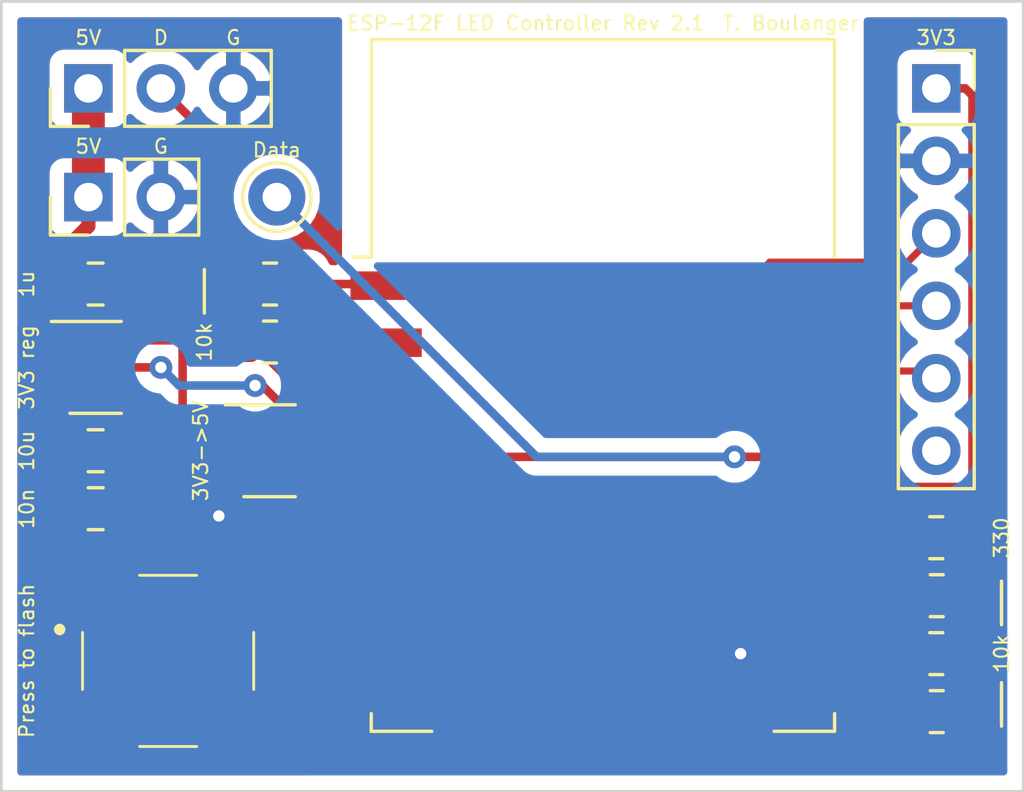
<source format=kicad_pcb>
(kicad_pcb (version 20171130) (host pcbnew "(5.1.9)-1")

  (general
    (thickness 1.6)
    (drawings 25)
    (tracks 127)
    (zones 0)
    (modules 17)
    (nets 31)
  )

  (page A)
  (title_block
    (title "LED Controller")
    (date 2021-10-05)
    (rev A)
  )

  (layers
    (0 F.Cu signal)
    (31 B.Cu signal)
    (32 B.Adhes user)
    (33 F.Adhes user)
    (34 B.Paste user)
    (35 F.Paste user)
    (36 B.SilkS user)
    (37 F.SilkS user)
    (38 B.Mask user)
    (39 F.Mask user)
    (40 Dwgs.User user)
    (41 Cmts.User user)
    (42 Eco1.User user)
    (43 Eco2.User user)
    (44 Edge.Cuts user)
    (45 Margin user)
    (46 B.CrtYd user)
    (47 F.CrtYd user)
    (48 B.Fab user)
    (49 F.Fab user hide)
  )

  (setup
    (last_trace_width 0.300387)
    (user_trace_width 0.300387)
    (user_trace_width 0.5)
    (user_trace_width 1.152)
    (trace_clearance 0.2)
    (zone_clearance 0.508)
    (zone_45_only no)
    (trace_min 0.2)
    (via_size 0.8)
    (via_drill 0.4)
    (via_min_size 0.4)
    (via_min_drill 0.3)
    (uvia_size 0.3)
    (uvia_drill 0.1)
    (uvias_allowed no)
    (uvia_min_size 0.2)
    (uvia_min_drill 0.1)
    (edge_width 0.05)
    (segment_width 0.2)
    (pcb_text_width 0.3)
    (pcb_text_size 1.5 1.5)
    (mod_edge_width 0.12)
    (mod_text_size 1 1)
    (mod_text_width 0.15)
    (pad_size 1.524 1.524)
    (pad_drill 0.762)
    (pad_to_mask_clearance 0)
    (aux_axis_origin 108.204 98.806)
    (visible_elements 7FFFFFFF)
    (pcbplotparams
      (layerselection 0x010fc_ffffffff)
      (usegerberextensions false)
      (usegerberattributes true)
      (usegerberadvancedattributes true)
      (creategerberjobfile true)
      (excludeedgelayer true)
      (linewidth 0.100000)
      (plotframeref false)
      (viasonmask false)
      (mode 1)
      (useauxorigin false)
      (hpglpennumber 1)
      (hpglpenspeed 20)
      (hpglpendiameter 15.000000)
      (psnegative false)
      (psa4output false)
      (plotreference true)
      (plotvalue true)
      (plotinvisibletext false)
      (padsonsilk false)
      (subtractmaskfromsilk false)
      (outputformat 1)
      (mirror false)
      (drillshape 0)
      (scaleselection 1)
      (outputdirectory "GERBER/"))
  )

  (net 0 "")
  (net 1 "Net-(R6-Pad1)")
  (net 2 5V)
  (net 3 GROUND)
  (net 4 "Net-(C2-Pad1)")
  (net 5 3V3)
  (net 6 DATA)
  (net 7 RX)
  (net 8 TX)
  (net 9 RESET)
  (net 10 "Net-(J3-Pad6)")
  (net 11 ENABLE)
  (net 12 GPIO2)
  (net 13 GPIO0)
  (net 14 GPIO15)
  (net 15 GPIO4)
  (net 16 "Net-(U2-Pad1)")
  (net 17 "Net-(U3-Pad2)")
  (net 18 "Net-(U3-Pad4)")
  (net 19 "Net-(U3-Pad5)")
  (net 20 "Net-(U3-Pad6)")
  (net 21 "Net-(U3-Pad7)")
  (net 22 "Net-(U3-Pad9)")
  (net 23 "Net-(U3-Pad10)")
  (net 24 "Net-(U3-Pad11)")
  (net 25 "Net-(U3-Pad12)")
  (net 26 "Net-(U3-Pad13)")
  (net 27 "Net-(U3-Pad14)")
  (net 28 "Net-(U3-Pad20)")
  (net 29 "Net-(SW1-Pad1)")
  (net 30 "Net-(SW1-Pad3)")

  (net_class Default "This is the default net class."
    (clearance 0.2)
    (trace_width 0.25)
    (via_dia 0.8)
    (via_drill 0.4)
    (uvia_dia 0.3)
    (uvia_drill 0.1)
    (add_net 3V3)
    (add_net 5V)
    (add_net DATA)
    (add_net ENABLE)
    (add_net GPIO0)
    (add_net GPIO15)
    (add_net GPIO2)
    (add_net GPIO4)
    (add_net GROUND)
    (add_net "Net-(C2-Pad1)")
    (add_net "Net-(J3-Pad6)")
    (add_net "Net-(R6-Pad1)")
    (add_net "Net-(SW1-Pad1)")
    (add_net "Net-(SW1-Pad3)")
    (add_net "Net-(U2-Pad1)")
    (add_net "Net-(U3-Pad10)")
    (add_net "Net-(U3-Pad11)")
    (add_net "Net-(U3-Pad12)")
    (add_net "Net-(U3-Pad13)")
    (add_net "Net-(U3-Pad14)")
    (add_net "Net-(U3-Pad2)")
    (add_net "Net-(U3-Pad20)")
    (add_net "Net-(U3-Pad4)")
    (add_net "Net-(U3-Pad5)")
    (add_net "Net-(U3-Pad6)")
    (add_net "Net-(U3-Pad7)")
    (add_net "Net-(U3-Pad9)")
    (add_net RESET)
    (add_net RX)
    (add_net TX)
  )

  (module Capacitor_SMD:C_0805_2012Metric_Pad1.18x1.45mm_HandSolder (layer F.Cu) (tedit 5F68FEEF) (tstamp 6170041E)
    (at 111.506 108.712)
    (descr "Capacitor SMD 0805 (2012 Metric), square (rectangular) end terminal, IPC_7351 nominal with elongated pad for handsoldering. (Body size source: IPC-SM-782 page 76, https://www.pcb-3d.com/wordpress/wp-content/uploads/ipc-sm-782a_amendment_1_and_2.pdf, https://docs.google.com/spreadsheets/d/1BsfQQcO9C6DZCsRaXUlFlo91Tg2WpOkGARC1WS5S8t0/edit?usp=sharing), generated with kicad-footprint-generator")
    (tags "capacitor handsolder")
    (path /61861FD0)
    (attr smd)
    (fp_text reference C1 (at 3.0695 0) (layer F.SilkS) hide
      (effects (font (size 1 1) (thickness 0.15)))
    )
    (fp_text value 1u (at 0 1.68) (layer F.Fab)
      (effects (font (size 1 1) (thickness 0.15)))
    )
    (fp_line (start 1.88 0.98) (end -1.88 0.98) (layer F.CrtYd) (width 0.05))
    (fp_line (start 1.88 -0.98) (end 1.88 0.98) (layer F.CrtYd) (width 0.05))
    (fp_line (start -1.88 -0.98) (end 1.88 -0.98) (layer F.CrtYd) (width 0.05))
    (fp_line (start -1.88 0.98) (end -1.88 -0.98) (layer F.CrtYd) (width 0.05))
    (fp_line (start -0.261252 0.735) (end 0.261252 0.735) (layer F.SilkS) (width 0.12))
    (fp_line (start -0.261252 -0.735) (end 0.261252 -0.735) (layer F.SilkS) (width 0.12))
    (fp_line (start 1 0.625) (end -1 0.625) (layer F.Fab) (width 0.1))
    (fp_line (start 1 -0.625) (end 1 0.625) (layer F.Fab) (width 0.1))
    (fp_line (start -1 -0.625) (end 1 -0.625) (layer F.Fab) (width 0.1))
    (fp_line (start -1 0.625) (end -1 -0.625) (layer F.Fab) (width 0.1))
    (fp_text user %R (at 0 0) (layer F.Fab)
      (effects (font (size 0.5 0.5) (thickness 0.08)))
    )
    (pad 1 smd roundrect (at -1.0375 0) (size 1.175 1.45) (layers F.Cu F.Paste F.Mask) (roundrect_rratio 0.212766)
      (net 2 5V))
    (pad 2 smd roundrect (at 1.0375 0) (size 1.175 1.45) (layers F.Cu F.Paste F.Mask) (roundrect_rratio 0.212766)
      (net 3 GROUND))
    (model ${KISYS3DMOD}/Capacitor_SMD.3dshapes/C_0805_2012Metric.wrl
      (at (xyz 0 0 0))
      (scale (xyz 1 1 1))
      (rotate (xyz 0 0 0))
    )
  )

  (module Capacitor_SMD:C_0805_2012Metric_Pad1.18x1.45mm_HandSolder (layer F.Cu) (tedit 5F68FEEF) (tstamp 61701F1D)
    (at 111.506 114.554 180)
    (descr "Capacitor SMD 0805 (2012 Metric), square (rectangular) end terminal, IPC_7351 nominal with elongated pad for handsoldering. (Body size source: IPC-SM-782 page 76, https://www.pcb-3d.com/wordpress/wp-content/uploads/ipc-sm-782a_amendment_1_and_2.pdf, https://docs.google.com/spreadsheets/d/1BsfQQcO9C6DZCsRaXUlFlo91Tg2WpOkGARC1WS5S8t0/edit?usp=sharing), generated with kicad-footprint-generator")
    (tags "capacitor handsolder")
    (path /61834FD1)
    (attr smd)
    (fp_text reference C2 (at -2.921 0.127) (layer F.SilkS) hide
      (effects (font (size 1 1) (thickness 0.15)))
    )
    (fp_text value 10u (at 0 1.68) (layer F.Fab)
      (effects (font (size 1 1) (thickness 0.15)))
    )
    (fp_line (start -1 0.625) (end -1 -0.625) (layer F.Fab) (width 0.1))
    (fp_line (start -1 -0.625) (end 1 -0.625) (layer F.Fab) (width 0.1))
    (fp_line (start 1 -0.625) (end 1 0.625) (layer F.Fab) (width 0.1))
    (fp_line (start 1 0.625) (end -1 0.625) (layer F.Fab) (width 0.1))
    (fp_line (start -0.261252 -0.735) (end 0.261252 -0.735) (layer F.SilkS) (width 0.12))
    (fp_line (start -0.261252 0.735) (end 0.261252 0.735) (layer F.SilkS) (width 0.12))
    (fp_line (start -1.88 0.98) (end -1.88 -0.98) (layer F.CrtYd) (width 0.05))
    (fp_line (start -1.88 -0.98) (end 1.88 -0.98) (layer F.CrtYd) (width 0.05))
    (fp_line (start 1.88 -0.98) (end 1.88 0.98) (layer F.CrtYd) (width 0.05))
    (fp_line (start 1.88 0.98) (end -1.88 0.98) (layer F.CrtYd) (width 0.05))
    (fp_text user %R (at 0 0) (layer F.Fab)
      (effects (font (size 0.5 0.5) (thickness 0.08)))
    )
    (pad 2 smd roundrect (at 1.0375 0 180) (size 1.175 1.45) (layers F.Cu F.Paste F.Mask) (roundrect_rratio 0.212766)
      (net 3 GROUND))
    (pad 1 smd roundrect (at -1.0375 0 180) (size 1.175 1.45) (layers F.Cu F.Paste F.Mask) (roundrect_rratio 0.212766)
      (net 4 "Net-(C2-Pad1)"))
    (model ${KISYS3DMOD}/Capacitor_SMD.3dshapes/C_0805_2012Metric.wrl
      (at (xyz 0 0 0))
      (scale (xyz 1 1 1))
      (rotate (xyz 0 0 0))
    )
  )

  (module Capacitor_SMD:C_0805_2012Metric_Pad1.18x1.45mm_HandSolder (layer F.Cu) (tedit 5F68FEEF) (tstamp 61700440)
    (at 111.506 116.586 180)
    (descr "Capacitor SMD 0805 (2012 Metric), square (rectangular) end terminal, IPC_7351 nominal with elongated pad for handsoldering. (Body size source: IPC-SM-782 page 76, https://www.pcb-3d.com/wordpress/wp-content/uploads/ipc-sm-782a_amendment_1_and_2.pdf, https://docs.google.com/spreadsheets/d/1BsfQQcO9C6DZCsRaXUlFlo91Tg2WpOkGARC1WS5S8t0/edit?usp=sharing), generated with kicad-footprint-generator")
    (tags "capacitor handsolder")
    (path /61833C16)
    (attr smd)
    (fp_text reference C3 (at -2.921 0) (layer F.SilkS) hide
      (effects (font (size 1 1) (thickness 0.15)))
    )
    (fp_text value 10n (at 0 1.68) (layer F.Fab)
      (effects (font (size 1 1) (thickness 0.15)))
    )
    (fp_line (start 1.88 0.98) (end -1.88 0.98) (layer F.CrtYd) (width 0.05))
    (fp_line (start 1.88 -0.98) (end 1.88 0.98) (layer F.CrtYd) (width 0.05))
    (fp_line (start -1.88 -0.98) (end 1.88 -0.98) (layer F.CrtYd) (width 0.05))
    (fp_line (start -1.88 0.98) (end -1.88 -0.98) (layer F.CrtYd) (width 0.05))
    (fp_line (start -0.261252 0.735) (end 0.261252 0.735) (layer F.SilkS) (width 0.12))
    (fp_line (start -0.261252 -0.735) (end 0.261252 -0.735) (layer F.SilkS) (width 0.12))
    (fp_line (start 1 0.625) (end -1 0.625) (layer F.Fab) (width 0.1))
    (fp_line (start 1 -0.625) (end 1 0.625) (layer F.Fab) (width 0.1))
    (fp_line (start -1 -0.625) (end 1 -0.625) (layer F.Fab) (width 0.1))
    (fp_line (start -1 0.625) (end -1 -0.625) (layer F.Fab) (width 0.1))
    (fp_text user %R (at 0 0) (layer F.Fab)
      (effects (font (size 0.5 0.5) (thickness 0.08)))
    )
    (pad 1 smd roundrect (at -1.0375 0 180) (size 1.175 1.45) (layers F.Cu F.Paste F.Mask) (roundrect_rratio 0.212766)
      (net 5 3V3))
    (pad 2 smd roundrect (at 1.0375 0 180) (size 1.175 1.45) (layers F.Cu F.Paste F.Mask) (roundrect_rratio 0.212766)
      (net 3 GROUND))
    (model ${KISYS3DMOD}/Capacitor_SMD.3dshapes/C_0805_2012Metric.wrl
      (at (xyz 0 0 0))
      (scale (xyz 1 1 1))
      (rotate (xyz 0 0 0))
    )
  )

  (module Connector_PinHeader_2.54mm:PinHeader_1x02_P2.54mm_Vertical (layer F.Cu) (tedit 59FED5CC) (tstamp 61700456)
    (at 111.252 105.664 90)
    (descr "Through hole straight pin header, 1x02, 2.54mm pitch, single row")
    (tags "Through hole pin header THT 1x02 2.54mm single row")
    (path /61918E14)
    (fp_text reference J1 (at 0 -2.032 180) (layer F.SilkS) hide
      (effects (font (size 1 1) (thickness 0.15)))
    )
    (fp_text value "Power Input" (at 0 4.87 90) (layer F.Fab)
      (effects (font (size 1 1) (thickness 0.15)))
    )
    (fp_line (start 1.8 -1.8) (end -1.8 -1.8) (layer F.CrtYd) (width 0.05))
    (fp_line (start 1.8 4.35) (end 1.8 -1.8) (layer F.CrtYd) (width 0.05))
    (fp_line (start -1.8 4.35) (end 1.8 4.35) (layer F.CrtYd) (width 0.05))
    (fp_line (start -1.8 -1.8) (end -1.8 4.35) (layer F.CrtYd) (width 0.05))
    (fp_line (start -1.33 -1.33) (end 0 -1.33) (layer F.SilkS) (width 0.12))
    (fp_line (start -1.33 0) (end -1.33 -1.33) (layer F.SilkS) (width 0.12))
    (fp_line (start -1.33 1.27) (end 1.33 1.27) (layer F.SilkS) (width 0.12))
    (fp_line (start 1.33 1.27) (end 1.33 3.87) (layer F.SilkS) (width 0.12))
    (fp_line (start -1.33 1.27) (end -1.33 3.87) (layer F.SilkS) (width 0.12))
    (fp_line (start -1.33 3.87) (end 1.33 3.87) (layer F.SilkS) (width 0.12))
    (fp_line (start -1.27 -0.635) (end -0.635 -1.27) (layer F.Fab) (width 0.1))
    (fp_line (start -1.27 3.81) (end -1.27 -0.635) (layer F.Fab) (width 0.1))
    (fp_line (start 1.27 3.81) (end -1.27 3.81) (layer F.Fab) (width 0.1))
    (fp_line (start 1.27 -1.27) (end 1.27 3.81) (layer F.Fab) (width 0.1))
    (fp_line (start -0.635 -1.27) (end 1.27 -1.27) (layer F.Fab) (width 0.1))
    (fp_text user %R (at 0 1.27) (layer F.Fab)
      (effects (font (size 1 1) (thickness 0.15)))
    )
    (pad 1 thru_hole rect (at 0 0 90) (size 1.7 1.7) (drill 1) (layers *.Cu *.Mask)
      (net 2 5V))
    (pad 2 thru_hole oval (at 0 2.54 90) (size 1.7 1.7) (drill 1) (layers *.Cu *.Mask)
      (net 3 GROUND))
    (model ${KISYS3DMOD}/Connector_PinHeader_2.54mm.3dshapes/PinHeader_1x02_P2.54mm_Vertical.wrl
      (at (xyz 0 0 0))
      (scale (xyz 1 1 1))
      (rotate (xyz 0 0 0))
    )
  )

  (module Connector_PinHeader_2.54mm:PinHeader_1x03_P2.54mm_Vertical (layer F.Cu) (tedit 59FED5CC) (tstamp 6170046D)
    (at 111.252 101.854 90)
    (descr "Through hole straight pin header, 1x03, 2.54mm pitch, single row")
    (tags "Through hole pin header THT 1x03 2.54mm single row")
    (path /6191AB32)
    (fp_text reference J2 (at 0 -2.032 180) (layer F.SilkS) hide
      (effects (font (size 1 1) (thickness 0.15)))
    )
    (fp_text value "Power and Data Output" (at 0 7.41 90) (layer F.Fab)
      (effects (font (size 1 1) (thickness 0.15)))
    )
    (fp_line (start 1.8 -1.8) (end -1.8 -1.8) (layer F.CrtYd) (width 0.05))
    (fp_line (start 1.8 6.85) (end 1.8 -1.8) (layer F.CrtYd) (width 0.05))
    (fp_line (start -1.8 6.85) (end 1.8 6.85) (layer F.CrtYd) (width 0.05))
    (fp_line (start -1.8 -1.8) (end -1.8 6.85) (layer F.CrtYd) (width 0.05))
    (fp_line (start -1.33 -1.33) (end 0 -1.33) (layer F.SilkS) (width 0.12))
    (fp_line (start -1.33 0) (end -1.33 -1.33) (layer F.SilkS) (width 0.12))
    (fp_line (start -1.33 1.27) (end 1.33 1.27) (layer F.SilkS) (width 0.12))
    (fp_line (start 1.33 1.27) (end 1.33 6.41) (layer F.SilkS) (width 0.12))
    (fp_line (start -1.33 1.27) (end -1.33 6.41) (layer F.SilkS) (width 0.12))
    (fp_line (start -1.33 6.41) (end 1.33 6.41) (layer F.SilkS) (width 0.12))
    (fp_line (start -1.27 -0.635) (end -0.635 -1.27) (layer F.Fab) (width 0.1))
    (fp_line (start -1.27 6.35) (end -1.27 -0.635) (layer F.Fab) (width 0.1))
    (fp_line (start 1.27 6.35) (end -1.27 6.35) (layer F.Fab) (width 0.1))
    (fp_line (start 1.27 -1.27) (end 1.27 6.35) (layer F.Fab) (width 0.1))
    (fp_line (start -0.635 -1.27) (end 1.27 -1.27) (layer F.Fab) (width 0.1))
    (fp_text user %R (at 0 2.54) (layer F.Fab)
      (effects (font (size 1 1) (thickness 0.15)))
    )
    (pad 1 thru_hole rect (at 0 0 90) (size 1.7 1.7) (drill 1) (layers *.Cu *.Mask)
      (net 2 5V))
    (pad 2 thru_hole oval (at 0 2.54 90) (size 1.7 1.7) (drill 1) (layers *.Cu *.Mask)
      (net 6 DATA))
    (pad 3 thru_hole oval (at 0 5.08 90) (size 1.7 1.7) (drill 1) (layers *.Cu *.Mask)
      (net 3 GROUND))
    (model ${KISYS3DMOD}/Connector_PinHeader_2.54mm.3dshapes/PinHeader_1x03_P2.54mm_Vertical.wrl
      (at (xyz 0 0 0))
      (scale (xyz 1 1 1))
      (rotate (xyz 0 0 0))
    )
  )

  (module Connector_PinSocket_2.54mm:PinSocket_1x06_P2.54mm_Vertical (layer F.Cu) (tedit 5A19A430) (tstamp 61700487)
    (at 140.97 101.854)
    (descr "Through hole straight socket strip, 1x06, 2.54mm pitch, single row (from Kicad 4.0.7), script generated")
    (tags "Through hole socket strip THT 1x06 2.54mm single row")
    (path /615EAA3A)
    (fp_text reference J3 (at 0 -2.032) (layer F.SilkS) hide
      (effects (font (size 1 1) (thickness 0.15)))
    )
    (fp_text value "USB to Serial Output" (at 0 15.47) (layer F.Fab)
      (effects (font (size 1 1) (thickness 0.15)))
    )
    (fp_line (start -1.8 14.45) (end -1.8 -1.8) (layer F.CrtYd) (width 0.05))
    (fp_line (start 1.75 14.45) (end -1.8 14.45) (layer F.CrtYd) (width 0.05))
    (fp_line (start 1.75 -1.8) (end 1.75 14.45) (layer F.CrtYd) (width 0.05))
    (fp_line (start -1.8 -1.8) (end 1.75 -1.8) (layer F.CrtYd) (width 0.05))
    (fp_line (start 0 -1.33) (end 1.33 -1.33) (layer F.SilkS) (width 0.12))
    (fp_line (start 1.33 -1.33) (end 1.33 0) (layer F.SilkS) (width 0.12))
    (fp_line (start 1.33 1.27) (end 1.33 14.03) (layer F.SilkS) (width 0.12))
    (fp_line (start -1.33 14.03) (end 1.33 14.03) (layer F.SilkS) (width 0.12))
    (fp_line (start -1.33 1.27) (end -1.33 14.03) (layer F.SilkS) (width 0.12))
    (fp_line (start -1.33 1.27) (end 1.33 1.27) (layer F.SilkS) (width 0.12))
    (fp_line (start -1.27 13.97) (end -1.27 -1.27) (layer F.Fab) (width 0.1))
    (fp_line (start 1.27 13.97) (end -1.27 13.97) (layer F.Fab) (width 0.1))
    (fp_line (start 1.27 -0.635) (end 1.27 13.97) (layer F.Fab) (width 0.1))
    (fp_line (start 0.635 -1.27) (end 1.27 -0.635) (layer F.Fab) (width 0.1))
    (fp_line (start -1.27 -1.27) (end 0.635 -1.27) (layer F.Fab) (width 0.1))
    (fp_text user %R (at 0 6.35 90) (layer F.Fab)
      (effects (font (size 1 1) (thickness 0.15)))
    )
    (pad 1 thru_hole rect (at 0 0) (size 1.7 1.7) (drill 1) (layers *.Cu *.Mask)
      (net 5 3V3))
    (pad 2 thru_hole oval (at 0 2.54) (size 1.7 1.7) (drill 1) (layers *.Cu *.Mask)
      (net 3 GROUND))
    (pad 3 thru_hole oval (at 0 5.08) (size 1.7 1.7) (drill 1) (layers *.Cu *.Mask)
      (net 7 RX))
    (pad 4 thru_hole oval (at 0 7.62) (size 1.7 1.7) (drill 1) (layers *.Cu *.Mask)
      (net 8 TX))
    (pad 5 thru_hole oval (at 0 10.16) (size 1.7 1.7) (drill 1) (layers *.Cu *.Mask)
      (net 9 RESET))
    (pad 6 thru_hole oval (at 0 12.7) (size 1.7 1.7) (drill 1) (layers *.Cu *.Mask)
      (net 10 "Net-(J3-Pad6)"))
    (model ${KISYS3DMOD}/Connector_PinSocket_2.54mm.3dshapes/PinSocket_1x06_P2.54mm_Vertical.wrl
      (at (xyz 0 0 0))
      (scale (xyz 1 1 1))
      (rotate (xyz 0 0 0))
    )
  )

  (module Resistor_SMD:R_0805_2012Metric_Pad1.20x1.40mm_HandSolder (layer F.Cu) (tedit 5F68FEEE) (tstamp 61700498)
    (at 117.618 108.712)
    (descr "Resistor SMD 0805 (2012 Metric), square (rectangular) end terminal, IPC_7351 nominal with elongated pad for handsoldering. (Body size source: IPC-SM-782 page 72, https://www.pcb-3d.com/wordpress/wp-content/uploads/ipc-sm-782a_amendment_1_and_2.pdf), generated with kicad-footprint-generator")
    (tags "resistor handsolder")
    (path /618822DD)
    (attr smd)
    (fp_text reference R1 (at -3.064 0) (layer F.SilkS) hide
      (effects (font (size 1 1) (thickness 0.15)))
    )
    (fp_text value 10k (at 0 1.65) (layer F.Fab)
      (effects (font (size 1 1) (thickness 0.15)))
    )
    (fp_line (start -1 0.625) (end -1 -0.625) (layer F.Fab) (width 0.1))
    (fp_line (start -1 -0.625) (end 1 -0.625) (layer F.Fab) (width 0.1))
    (fp_line (start 1 -0.625) (end 1 0.625) (layer F.Fab) (width 0.1))
    (fp_line (start 1 0.625) (end -1 0.625) (layer F.Fab) (width 0.1))
    (fp_line (start -0.227064 -0.735) (end 0.227064 -0.735) (layer F.SilkS) (width 0.12))
    (fp_line (start -0.227064 0.735) (end 0.227064 0.735) (layer F.SilkS) (width 0.12))
    (fp_line (start -1.85 0.95) (end -1.85 -0.95) (layer F.CrtYd) (width 0.05))
    (fp_line (start -1.85 -0.95) (end 1.85 -0.95) (layer F.CrtYd) (width 0.05))
    (fp_line (start 1.85 -0.95) (end 1.85 0.95) (layer F.CrtYd) (width 0.05))
    (fp_line (start 1.85 0.95) (end -1.85 0.95) (layer F.CrtYd) (width 0.05))
    (fp_text user %R (at 0 0) (layer F.Fab)
      (effects (font (size 0.5 0.5) (thickness 0.08)))
    )
    (pad 2 smd roundrect (at 1 0) (size 1.2 1.4) (layers F.Cu F.Paste F.Mask) (roundrect_rratio 0.208333)
      (net 9 RESET))
    (pad 1 smd roundrect (at -1 0) (size 1.2 1.4) (layers F.Cu F.Paste F.Mask) (roundrect_rratio 0.208333)
      (net 5 3V3))
    (model ${KISYS3DMOD}/Resistor_SMD.3dshapes/R_0805_2012Metric.wrl
      (at (xyz 0 0 0))
      (scale (xyz 1 1 1))
      (rotate (xyz 0 0 0))
    )
  )

  (module Resistor_SMD:R_0805_2012Metric_Pad1.20x1.40mm_HandSolder (layer F.Cu) (tedit 5F68FEEE) (tstamp 617004A9)
    (at 117.618 110.744)
    (descr "Resistor SMD 0805 (2012 Metric), square (rectangular) end terminal, IPC_7351 nominal with elongated pad for handsoldering. (Body size source: IPC-SM-782 page 72, https://www.pcb-3d.com/wordpress/wp-content/uploads/ipc-sm-782a_amendment_1_and_2.pdf), generated with kicad-footprint-generator")
    (tags "resistor handsolder")
    (path /61884940)
    (attr smd)
    (fp_text reference R2 (at -3.064 0) (layer F.SilkS) hide
      (effects (font (size 1 1) (thickness 0.15)))
    )
    (fp_text value 10k (at 0 1.65) (layer F.Fab)
      (effects (font (size 1 1) (thickness 0.15)))
    )
    (fp_line (start 1.85 0.95) (end -1.85 0.95) (layer F.CrtYd) (width 0.05))
    (fp_line (start 1.85 -0.95) (end 1.85 0.95) (layer F.CrtYd) (width 0.05))
    (fp_line (start -1.85 -0.95) (end 1.85 -0.95) (layer F.CrtYd) (width 0.05))
    (fp_line (start -1.85 0.95) (end -1.85 -0.95) (layer F.CrtYd) (width 0.05))
    (fp_line (start -0.227064 0.735) (end 0.227064 0.735) (layer F.SilkS) (width 0.12))
    (fp_line (start -0.227064 -0.735) (end 0.227064 -0.735) (layer F.SilkS) (width 0.12))
    (fp_line (start 1 0.625) (end -1 0.625) (layer F.Fab) (width 0.1))
    (fp_line (start 1 -0.625) (end 1 0.625) (layer F.Fab) (width 0.1))
    (fp_line (start -1 -0.625) (end 1 -0.625) (layer F.Fab) (width 0.1))
    (fp_line (start -1 0.625) (end -1 -0.625) (layer F.Fab) (width 0.1))
    (fp_text user %R (at 0 0) (layer F.Fab)
      (effects (font (size 0.5 0.5) (thickness 0.08)))
    )
    (pad 1 smd roundrect (at -1 0) (size 1.2 1.4) (layers F.Cu F.Paste F.Mask) (roundrect_rratio 0.208333)
      (net 5 3V3))
    (pad 2 smd roundrect (at 1 0) (size 1.2 1.4) (layers F.Cu F.Paste F.Mask) (roundrect_rratio 0.208333)
      (net 11 ENABLE))
    (model ${KISYS3DMOD}/Resistor_SMD.3dshapes/R_0805_2012Metric.wrl
      (at (xyz 0 0 0))
      (scale (xyz 1 1 1))
      (rotate (xyz 0 0 0))
    )
  )

  (module Resistor_SMD:R_0805_2012Metric_Pad1.20x1.40mm_HandSolder (layer F.Cu) (tedit 5F68FEEE) (tstamp 617004BA)
    (at 140.97 121.666 180)
    (descr "Resistor SMD 0805 (2012 Metric), square (rectangular) end terminal, IPC_7351 nominal with elongated pad for handsoldering. (Body size source: IPC-SM-782 page 72, https://www.pcb-3d.com/wordpress/wp-content/uploads/ipc-sm-782a_amendment_1_and_2.pdf), generated with kicad-footprint-generator")
    (tags "resistor handsolder")
    (path /61884E00)
    (attr smd)
    (fp_text reference R3 (at 0 0) (layer F.SilkS) hide
      (effects (font (size 1 1) (thickness 0.15)))
    )
    (fp_text value 10k (at 0 1.65) (layer F.Fab)
      (effects (font (size 1 1) (thickness 0.15)))
    )
    (fp_line (start -1 0.625) (end -1 -0.625) (layer F.Fab) (width 0.1))
    (fp_line (start -1 -0.625) (end 1 -0.625) (layer F.Fab) (width 0.1))
    (fp_line (start 1 -0.625) (end 1 0.625) (layer F.Fab) (width 0.1))
    (fp_line (start 1 0.625) (end -1 0.625) (layer F.Fab) (width 0.1))
    (fp_line (start -0.227064 -0.735) (end 0.227064 -0.735) (layer F.SilkS) (width 0.12))
    (fp_line (start -0.227064 0.735) (end 0.227064 0.735) (layer F.SilkS) (width 0.12))
    (fp_line (start -1.85 0.95) (end -1.85 -0.95) (layer F.CrtYd) (width 0.05))
    (fp_line (start -1.85 -0.95) (end 1.85 -0.95) (layer F.CrtYd) (width 0.05))
    (fp_line (start 1.85 -0.95) (end 1.85 0.95) (layer F.CrtYd) (width 0.05))
    (fp_line (start 1.85 0.95) (end -1.85 0.95) (layer F.CrtYd) (width 0.05))
    (fp_text user %R (at 0 0) (layer F.Fab)
      (effects (font (size 0.5 0.5) (thickness 0.08)))
    )
    (pad 2 smd roundrect (at 1 0 180) (size 1.2 1.4) (layers F.Cu F.Paste F.Mask) (roundrect_rratio 0.208333)
      (net 12 GPIO2))
    (pad 1 smd roundrect (at -1 0 180) (size 1.2 1.4) (layers F.Cu F.Paste F.Mask) (roundrect_rratio 0.208333)
      (net 5 3V3))
    (model ${KISYS3DMOD}/Resistor_SMD.3dshapes/R_0805_2012Metric.wrl
      (at (xyz 0 0 0))
      (scale (xyz 1 1 1))
      (rotate (xyz 0 0 0))
    )
  )

  (module Resistor_SMD:R_0805_2012Metric_Pad1.20x1.40mm_HandSolder (layer F.Cu) (tedit 5F68FEEE) (tstamp 61701E11)
    (at 140.986 119.634)
    (descr "Resistor SMD 0805 (2012 Metric), square (rectangular) end terminal, IPC_7351 nominal with elongated pad for handsoldering. (Body size source: IPC-SM-782 page 72, https://www.pcb-3d.com/wordpress/wp-content/uploads/ipc-sm-782a_amendment_1_and_2.pdf), generated with kicad-footprint-generator")
    (tags "resistor handsolder")
    (path /6189BBEE)
    (attr smd)
    (fp_text reference R4 (at 0 0) (layer F.SilkS) hide
      (effects (font (size 1 1) (thickness 0.15)))
    )
    (fp_text value 10k (at 0 1.65) (layer F.Fab)
      (effects (font (size 1 1) (thickness 0.15)))
    )
    (fp_line (start 1.85 0.95) (end -1.85 0.95) (layer F.CrtYd) (width 0.05))
    (fp_line (start 1.85 -0.95) (end 1.85 0.95) (layer F.CrtYd) (width 0.05))
    (fp_line (start -1.85 -0.95) (end 1.85 -0.95) (layer F.CrtYd) (width 0.05))
    (fp_line (start -1.85 0.95) (end -1.85 -0.95) (layer F.CrtYd) (width 0.05))
    (fp_line (start -0.227064 0.735) (end 0.227064 0.735) (layer F.SilkS) (width 0.12))
    (fp_line (start -0.227064 -0.735) (end 0.227064 -0.735) (layer F.SilkS) (width 0.12))
    (fp_line (start 1 0.625) (end -1 0.625) (layer F.Fab) (width 0.1))
    (fp_line (start 1 -0.625) (end 1 0.625) (layer F.Fab) (width 0.1))
    (fp_line (start -1 -0.625) (end 1 -0.625) (layer F.Fab) (width 0.1))
    (fp_line (start -1 0.625) (end -1 -0.625) (layer F.Fab) (width 0.1))
    (fp_text user %R (at 0 0) (layer F.Fab)
      (effects (font (size 0.5 0.5) (thickness 0.08)))
    )
    (pad 1 smd roundrect (at -1 0) (size 1.2 1.4) (layers F.Cu F.Paste F.Mask) (roundrect_rratio 0.208333)
      (net 13 GPIO0))
    (pad 2 smd roundrect (at 1 0) (size 1.2 1.4) (layers F.Cu F.Paste F.Mask) (roundrect_rratio 0.208333)
      (net 5 3V3))
    (model ${KISYS3DMOD}/Resistor_SMD.3dshapes/R_0805_2012Metric.wrl
      (at (xyz 0 0 0))
      (scale (xyz 1 1 1))
      (rotate (xyz 0 0 0))
    )
  )

  (module Resistor_SMD:R_0805_2012Metric_Pad1.20x1.40mm_HandSolder (layer F.Cu) (tedit 5F68FEEE) (tstamp 617004DC)
    (at 140.986 123.698 180)
    (descr "Resistor SMD 0805 (2012 Metric), square (rectangular) end terminal, IPC_7351 nominal with elongated pad for handsoldering. (Body size source: IPC-SM-782 page 72, https://www.pcb-3d.com/wordpress/wp-content/uploads/ipc-sm-782a_amendment_1_and_2.pdf), generated with kicad-footprint-generator")
    (tags "resistor handsolder")
    (path /6188518F)
    (attr smd)
    (fp_text reference R5 (at 0 0) (layer F.SilkS) hide
      (effects (font (size 1 1) (thickness 0.15)))
    )
    (fp_text value 10k (at 0 1.65) (layer F.Fab)
      (effects (font (size 1 1) (thickness 0.15)))
    )
    (fp_line (start 1.85 0.95) (end -1.85 0.95) (layer F.CrtYd) (width 0.05))
    (fp_line (start 1.85 -0.95) (end 1.85 0.95) (layer F.CrtYd) (width 0.05))
    (fp_line (start -1.85 -0.95) (end 1.85 -0.95) (layer F.CrtYd) (width 0.05))
    (fp_line (start -1.85 0.95) (end -1.85 -0.95) (layer F.CrtYd) (width 0.05))
    (fp_line (start -0.227064 0.735) (end 0.227064 0.735) (layer F.SilkS) (width 0.12))
    (fp_line (start -0.227064 -0.735) (end 0.227064 -0.735) (layer F.SilkS) (width 0.12))
    (fp_line (start 1 0.625) (end -1 0.625) (layer F.Fab) (width 0.1))
    (fp_line (start 1 -0.625) (end 1 0.625) (layer F.Fab) (width 0.1))
    (fp_line (start -1 -0.625) (end 1 -0.625) (layer F.Fab) (width 0.1))
    (fp_line (start -1 0.625) (end -1 -0.625) (layer F.Fab) (width 0.1))
    (fp_text user %R (at 0 0) (layer F.Fab)
      (effects (font (size 0.5 0.5) (thickness 0.08)))
    )
    (pad 1 smd roundrect (at -1 0 180) (size 1.2 1.4) (layers F.Cu F.Paste F.Mask) (roundrect_rratio 0.208333)
      (net 3 GROUND))
    (pad 2 smd roundrect (at 1 0 180) (size 1.2 1.4) (layers F.Cu F.Paste F.Mask) (roundrect_rratio 0.208333)
      (net 14 GPIO15))
    (model ${KISYS3DMOD}/Resistor_SMD.3dshapes/R_0805_2012Metric.wrl
      (at (xyz 0 0 0))
      (scale (xyz 1 1 1))
      (rotate (xyz 0 0 0))
    )
  )

  (module Resistor_SMD:R_0805_2012Metric_Pad1.20x1.40mm_HandSolder (layer F.Cu) (tedit 5F68FEEE) (tstamp 61701E72)
    (at 140.97 117.602 180)
    (descr "Resistor SMD 0805 (2012 Metric), square (rectangular) end terminal, IPC_7351 nominal with elongated pad for handsoldering. (Body size source: IPC-SM-782 page 72, https://www.pcb-3d.com/wordpress/wp-content/uploads/ipc-sm-782a_amendment_1_and_2.pdf), generated with kicad-footprint-generator")
    (tags "resistor handsolder")
    (path /618A1AAF)
    (attr smd)
    (fp_text reference R6 (at 0 0) (layer F.SilkS) hide
      (effects (font (size 1 1) (thickness 0.15)))
    )
    (fp_text value 330 (at 0 1.65) (layer F.Fab)
      (effects (font (size 1 1) (thickness 0.15)))
    )
    (fp_line (start -1 0.625) (end -1 -0.625) (layer F.Fab) (width 0.1))
    (fp_line (start -1 -0.625) (end 1 -0.625) (layer F.Fab) (width 0.1))
    (fp_line (start 1 -0.625) (end 1 0.625) (layer F.Fab) (width 0.1))
    (fp_line (start 1 0.625) (end -1 0.625) (layer F.Fab) (width 0.1))
    (fp_line (start -0.227064 -0.735) (end 0.227064 -0.735) (layer F.SilkS) (width 0.12))
    (fp_line (start -0.227064 0.735) (end 0.227064 0.735) (layer F.SilkS) (width 0.12))
    (fp_line (start -1.85 0.95) (end -1.85 -0.95) (layer F.CrtYd) (width 0.05))
    (fp_line (start -1.85 -0.95) (end 1.85 -0.95) (layer F.CrtYd) (width 0.05))
    (fp_line (start 1.85 -0.95) (end 1.85 0.95) (layer F.CrtYd) (width 0.05))
    (fp_line (start 1.85 0.95) (end -1.85 0.95) (layer F.CrtYd) (width 0.05))
    (fp_text user %R (at 0 0) (layer F.Fab)
      (effects (font (size 0.5 0.5) (thickness 0.08)))
    )
    (pad 2 smd roundrect (at 1 0 180) (size 1.2 1.4) (layers F.Cu F.Paste F.Mask) (roundrect_rratio 0.208333)
      (net 13 GPIO0))
    (pad 1 smd roundrect (at -1 0 180) (size 1.2 1.4) (layers F.Cu F.Paste F.Mask) (roundrect_rratio 0.208333)
      (net 1 "Net-(R6-Pad1)"))
    (model ${KISYS3DMOD}/Resistor_SMD.3dshapes/R_0805_2012Metric.wrl
      (at (xyz 0 0 0))
      (scale (xyz 1 1 1))
      (rotate (xyz 0 0 0))
    )
  )

  (module SamacSys_Parts:LL3301FF065QJ (layer F.Cu) (tedit 0) (tstamp 617014BC)
    (at 114.046 121.92)
    (descr LL3301FF065QJ-2)
    (tags Switch)
    (path /617E574B)
    (attr smd)
    (fp_text reference SW1 (at 0 0.762) (layer F.SilkS) hide
      (effects (font (size 1 1) (thickness 0.15)))
    )
    (fp_text value SW_Push (at 0 -0.635) (layer F.SilkS) hide
      (effects (font (size 1 1) (thickness 0.15)))
    )
    (fp_line (start -3.8 -1) (end -3.8 -1) (layer F.SilkS) (width 0.2))
    (fp_line (start -3.8 -1.2) (end -3.8 -1.2) (layer F.SilkS) (width 0.2))
    (fp_line (start 3 -1) (end 3 1) (layer F.SilkS) (width 0.1))
    (fp_line (start -3 -1) (end -3 1) (layer F.SilkS) (width 0.1))
    (fp_line (start -1 3) (end 1 3) (layer F.SilkS) (width 0.1))
    (fp_line (start -1 -3) (end 1 -3) (layer F.SilkS) (width 0.1))
    (fp_line (start -4.55 3.5) (end -4.55 -3.5) (layer F.CrtYd) (width 0.1))
    (fp_line (start 4.55 3.5) (end -4.55 3.5) (layer F.CrtYd) (width 0.1))
    (fp_line (start 4.55 -3.5) (end 4.55 3.5) (layer F.CrtYd) (width 0.1))
    (fp_line (start -4.55 -3.5) (end 4.55 -3.5) (layer F.CrtYd) (width 0.1))
    (fp_line (start -3 3) (end -3 -3) (layer F.Fab) (width 0.2))
    (fp_line (start 3 3) (end -3 3) (layer F.Fab) (width 0.2))
    (fp_line (start 3 -3) (end 3 3) (layer F.Fab) (width 0.2))
    (fp_line (start -3 -3) (end 3 -3) (layer F.Fab) (width 0.2))
    (fp_text user %R (at 0 0) (layer F.Fab)
      (effects (font (size 1.27 1.27) (thickness 0.254)))
    )
    (fp_arc (start -3.8 -1.1) (end -3.8 -1.2) (angle -180) (layer F.SilkS) (width 0.2))
    (fp_arc (start -3.8 -1.1) (end -3.8 -1) (angle -180) (layer F.SilkS) (width 0.2))
    (pad 1 smd rect (at -3 -2.25 90) (size 1.4 2.1) (layers F.Cu F.Paste F.Mask)
      (net 29 "Net-(SW1-Pad1)"))
    (pad 2 smd rect (at 3 -2.25 90) (size 1.4 2.1) (layers F.Cu F.Paste F.Mask)
      (net 3 GROUND))
    (pad 3 smd rect (at -3 2.25 90) (size 1.4 2.1) (layers F.Cu F.Paste F.Mask)
      (net 30 "Net-(SW1-Pad3)"))
    (pad 4 smd rect (at 3 2.25 90) (size 1.4 2.1) (layers F.Cu F.Paste F.Mask)
      (net 1 "Net-(R6-Pad1)"))
    (model C:\Users\Timothy\Documents\LibraryLoader\SamacSys_Parts.3dshapes\LL3301AF065QJ.stp
      (offset (xyz 0 0 3.749999943680637))
      (scale (xyz 1 1 1))
      (rotate (xyz -90 0 -90))
    )
  )

  (module Package_TO_SOT_SMD:SOT-23-5 (layer F.Cu) (tedit 5A02FF57) (tstamp 6170052B)
    (at 111.506 111.633)
    (descr "5-pin SOT23 package")
    (tags SOT-23-5)
    (path /61811825)
    (attr smd)
    (fp_text reference U1 (at -2.159 0) (layer F.SilkS) hide
      (effects (font (size 1 1) (thickness 0.15)))
    )
    (fp_text value SPX3819M5-L-3-3 (at 0 2.9) (layer F.Fab)
      (effects (font (size 1 1) (thickness 0.15)))
    )
    (fp_line (start -0.9 1.61) (end 0.9 1.61) (layer F.SilkS) (width 0.12))
    (fp_line (start 0.9 -1.61) (end -1.55 -1.61) (layer F.SilkS) (width 0.12))
    (fp_line (start -1.9 -1.8) (end 1.9 -1.8) (layer F.CrtYd) (width 0.05))
    (fp_line (start 1.9 -1.8) (end 1.9 1.8) (layer F.CrtYd) (width 0.05))
    (fp_line (start 1.9 1.8) (end -1.9 1.8) (layer F.CrtYd) (width 0.05))
    (fp_line (start -1.9 1.8) (end -1.9 -1.8) (layer F.CrtYd) (width 0.05))
    (fp_line (start -0.9 -0.9) (end -0.25 -1.55) (layer F.Fab) (width 0.1))
    (fp_line (start 0.9 -1.55) (end -0.25 -1.55) (layer F.Fab) (width 0.1))
    (fp_line (start -0.9 -0.9) (end -0.9 1.55) (layer F.Fab) (width 0.1))
    (fp_line (start 0.9 1.55) (end -0.9 1.55) (layer F.Fab) (width 0.1))
    (fp_line (start 0.9 -1.55) (end 0.9 1.55) (layer F.Fab) (width 0.1))
    (fp_text user %R (at 0 0 90) (layer F.Fab)
      (effects (font (size 0.5 0.5) (thickness 0.075)))
    )
    (pad 5 smd rect (at 1.1 -0.95) (size 1.06 0.65) (layers F.Cu F.Paste F.Mask)
      (net 5 3V3))
    (pad 4 smd rect (at 1.1 0.95) (size 1.06 0.65) (layers F.Cu F.Paste F.Mask)
      (net 4 "Net-(C2-Pad1)"))
    (pad 3 smd rect (at -1.1 0.95) (size 1.06 0.65) (layers F.Cu F.Paste F.Mask)
      (net 2 5V))
    (pad 2 smd rect (at -1.1 0) (size 1.06 0.65) (layers F.Cu F.Paste F.Mask)
      (net 3 GROUND))
    (pad 1 smd rect (at -1.1 -0.95) (size 1.06 0.65) (layers F.Cu F.Paste F.Mask)
      (net 2 5V))
    (model ${KISYS3DMOD}/Package_TO_SOT_SMD.3dshapes/SOT-23-5.wrl
      (at (xyz 0 0 0))
      (scale (xyz 1 1 1))
      (rotate (xyz 0 0 0))
    )
  )

  (module Package_TO_SOT_SMD:SOT-23-5 (layer F.Cu) (tedit 5A02FF57) (tstamp 61700540)
    (at 117.602 114.554)
    (descr "5-pin SOT23 package")
    (tags SOT-23-5)
    (path /618D5F18)
    (attr smd)
    (fp_text reference U2 (at 0 2.54) (layer F.SilkS) hide
      (effects (font (size 1 1) (thickness 0.15)))
    )
    (fp_text value SN74LV1T34DBV (at 0 2.9) (layer F.Fab)
      (effects (font (size 1 1) (thickness 0.15)))
    )
    (fp_line (start 0.9 -1.55) (end 0.9 1.55) (layer F.Fab) (width 0.1))
    (fp_line (start 0.9 1.55) (end -0.9 1.55) (layer F.Fab) (width 0.1))
    (fp_line (start -0.9 -0.9) (end -0.9 1.55) (layer F.Fab) (width 0.1))
    (fp_line (start 0.9 -1.55) (end -0.25 -1.55) (layer F.Fab) (width 0.1))
    (fp_line (start -0.9 -0.9) (end -0.25 -1.55) (layer F.Fab) (width 0.1))
    (fp_line (start -1.9 1.8) (end -1.9 -1.8) (layer F.CrtYd) (width 0.05))
    (fp_line (start 1.9 1.8) (end -1.9 1.8) (layer F.CrtYd) (width 0.05))
    (fp_line (start 1.9 -1.8) (end 1.9 1.8) (layer F.CrtYd) (width 0.05))
    (fp_line (start -1.9 -1.8) (end 1.9 -1.8) (layer F.CrtYd) (width 0.05))
    (fp_line (start 0.9 -1.61) (end -1.55 -1.61) (layer F.SilkS) (width 0.12))
    (fp_line (start -0.9 1.61) (end 0.9 1.61) (layer F.SilkS) (width 0.12))
    (fp_text user %R (at 0 0 90) (layer F.Fab)
      (effects (font (size 0.5 0.5) (thickness 0.075)))
    )
    (pad 1 smd rect (at -1.1 -0.95) (size 1.06 0.65) (layers F.Cu F.Paste F.Mask)
      (net 16 "Net-(U2-Pad1)"))
    (pad 2 smd rect (at -1.1 0) (size 1.06 0.65) (layers F.Cu F.Paste F.Mask)
      (net 15 GPIO4))
    (pad 3 smd rect (at -1.1 0.95) (size 1.06 0.65) (layers F.Cu F.Paste F.Mask)
      (net 3 GROUND))
    (pad 4 smd rect (at 1.1 0.95) (size 1.06 0.65) (layers F.Cu F.Paste F.Mask)
      (net 6 DATA))
    (pad 5 smd rect (at 1.1 -0.95) (size 1.06 0.65) (layers F.Cu F.Paste F.Mask)
      (net 2 5V))
    (model ${KISYS3DMOD}/Package_TO_SOT_SMD.3dshapes/SOT-23-5.wrl
      (at (xyz 0 0 0))
      (scale (xyz 1 1 1))
      (rotate (xyz 0 0 0))
    )
  )

  (module RF_Module:ESP-12E (layer F.Cu) (tedit 5A030172) (tstamp 6170057B)
    (at 129.286 112.268)
    (descr "Wi-Fi Module, http://wiki.ai-thinker.com/_media/esp8266/docs/aithinker_esp_12f_datasheet_en.pdf")
    (tags "Wi-Fi Module")
    (path /6172BBDE)
    (attr smd)
    (fp_text reference U3 (at 0 0) (layer F.SilkS) hide
      (effects (font (size 1 1) (thickness 0.15)))
    )
    (fp_text value ESP-12F (at -0.06 -12.78) (layer F.Fab)
      (effects (font (size 1 1) (thickness 0.15)))
    )
    (fp_line (start 5.56 -4.8) (end 8.12 -7.36) (layer Dwgs.User) (width 0.12))
    (fp_line (start 2.56 -4.8) (end 8.12 -10.36) (layer Dwgs.User) (width 0.12))
    (fp_line (start -0.44 -4.8) (end 6.88 -12.12) (layer Dwgs.User) (width 0.12))
    (fp_line (start -3.44 -4.8) (end 3.88 -12.12) (layer Dwgs.User) (width 0.12))
    (fp_line (start -6.44 -4.8) (end 0.88 -12.12) (layer Dwgs.User) (width 0.12))
    (fp_line (start -8.12 -6.12) (end -2.12 -12.12) (layer Dwgs.User) (width 0.12))
    (fp_line (start -8.12 -9.12) (end -5.12 -12.12) (layer Dwgs.User) (width 0.12))
    (fp_line (start -8.12 -4.8) (end -8.12 -12.12) (layer Dwgs.User) (width 0.12))
    (fp_line (start 8.12 -4.8) (end -8.12 -4.8) (layer Dwgs.User) (width 0.12))
    (fp_line (start 8.12 -12.12) (end 8.12 -4.8) (layer Dwgs.User) (width 0.12))
    (fp_line (start -8.12 -12.12) (end 8.12 -12.12) (layer Dwgs.User) (width 0.12))
    (fp_line (start -8.12 -4.5) (end -8.73 -4.5) (layer F.SilkS) (width 0.12))
    (fp_line (start -8.12 -4.5) (end -8.12 -12.12) (layer F.SilkS) (width 0.12))
    (fp_line (start -8.12 12.12) (end -8.12 11.5) (layer F.SilkS) (width 0.12))
    (fp_line (start -6 12.12) (end -8.12 12.12) (layer F.SilkS) (width 0.12))
    (fp_line (start 8.12 12.12) (end 6 12.12) (layer F.SilkS) (width 0.12))
    (fp_line (start 8.12 11.5) (end 8.12 12.12) (layer F.SilkS) (width 0.12))
    (fp_line (start 8.12 -12.12) (end 8.12 -4.5) (layer F.SilkS) (width 0.12))
    (fp_line (start -8.12 -12.12) (end 8.12 -12.12) (layer F.SilkS) (width 0.12))
    (fp_line (start -9.05 13.1) (end -9.05 -12.2) (layer F.CrtYd) (width 0.05))
    (fp_line (start 9.05 13.1) (end -9.05 13.1) (layer F.CrtYd) (width 0.05))
    (fp_line (start 9.05 -12.2) (end 9.05 13.1) (layer F.CrtYd) (width 0.05))
    (fp_line (start -9.05 -12.2) (end 9.05 -12.2) (layer F.CrtYd) (width 0.05))
    (fp_line (start -8 -4) (end -8 -12) (layer F.Fab) (width 0.12))
    (fp_line (start -7.5 -3.5) (end -8 -4) (layer F.Fab) (width 0.12))
    (fp_line (start -8 -3) (end -7.5 -3.5) (layer F.Fab) (width 0.12))
    (fp_line (start -8 12) (end -8 -3) (layer F.Fab) (width 0.12))
    (fp_line (start 8 12) (end -8 12) (layer F.Fab) (width 0.12))
    (fp_line (start 8 -12) (end 8 12) (layer F.Fab) (width 0.12))
    (fp_line (start -8 -12) (end 8 -12) (layer F.Fab) (width 0.12))
    (fp_text user Antenna (at -0.06 -7 180) (layer Cmts.User)
      (effects (font (size 1 1) (thickness 0.15)))
    )
    (fp_text user "KEEP-OUT ZONE" (at 0.03 -9.55 180) (layer Cmts.User)
      (effects (font (size 1 1) (thickness 0.15)))
    )
    (fp_text user %R (at 0.49 -0.8) (layer F.Fab)
      (effects (font (size 1 1) (thickness 0.15)))
    )
    (pad 1 smd rect (at -7.6 -3.5) (size 2.5 1) (layers F.Cu F.Paste F.Mask)
      (net 9 RESET))
    (pad 2 smd rect (at -7.6 -1.5) (size 2.5 1) (layers F.Cu F.Paste F.Mask)
      (net 17 "Net-(U3-Pad2)"))
    (pad 3 smd rect (at -7.6 0.5) (size 2.5 1) (layers F.Cu F.Paste F.Mask)
      (net 11 ENABLE))
    (pad 4 smd rect (at -7.6 2.5) (size 2.5 1) (layers F.Cu F.Paste F.Mask)
      (net 18 "Net-(U3-Pad4)"))
    (pad 5 smd rect (at -7.6 4.5) (size 2.5 1) (layers F.Cu F.Paste F.Mask)
      (net 19 "Net-(U3-Pad5)"))
    (pad 6 smd rect (at -7.6 6.5) (size 2.5 1) (layers F.Cu F.Paste F.Mask)
      (net 20 "Net-(U3-Pad6)"))
    (pad 7 smd rect (at -7.6 8.5) (size 2.5 1) (layers F.Cu F.Paste F.Mask)
      (net 21 "Net-(U3-Pad7)"))
    (pad 8 smd rect (at -7.6 10.5) (size 2.5 1) (layers F.Cu F.Paste F.Mask)
      (net 5 3V3))
    (pad 9 smd rect (at -5 12) (size 1 1.8) (layers F.Cu F.Paste F.Mask)
      (net 22 "Net-(U3-Pad9)"))
    (pad 10 smd rect (at -3 12) (size 1 1.8) (layers F.Cu F.Paste F.Mask)
      (net 23 "Net-(U3-Pad10)"))
    (pad 11 smd rect (at -1 12) (size 1 1.8) (layers F.Cu F.Paste F.Mask)
      (net 24 "Net-(U3-Pad11)"))
    (pad 12 smd rect (at 1 12) (size 1 1.8) (layers F.Cu F.Paste F.Mask)
      (net 25 "Net-(U3-Pad12)"))
    (pad 13 smd rect (at 3 12) (size 1 1.8) (layers F.Cu F.Paste F.Mask)
      (net 26 "Net-(U3-Pad13)"))
    (pad 14 smd rect (at 5 12) (size 1 1.8) (layers F.Cu F.Paste F.Mask)
      (net 27 "Net-(U3-Pad14)"))
    (pad 15 smd rect (at 7.6 10.5) (size 2.5 1) (layers F.Cu F.Paste F.Mask)
      (net 3 GROUND))
    (pad 16 smd rect (at 7.6 8.5) (size 2.5 1) (layers F.Cu F.Paste F.Mask)
      (net 14 GPIO15))
    (pad 17 smd rect (at 7.6 6.5) (size 2.5 1) (layers F.Cu F.Paste F.Mask)
      (net 12 GPIO2))
    (pad 18 smd rect (at 7.6 4.5) (size 2.5 1) (layers F.Cu F.Paste F.Mask)
      (net 13 GPIO0))
    (pad 19 smd rect (at 7.6 2.5) (size 2.5 1) (layers F.Cu F.Paste F.Mask)
      (net 15 GPIO4))
    (pad 20 smd rect (at 7.6 0.5) (size 2.5 1) (layers F.Cu F.Paste F.Mask)
      (net 28 "Net-(U3-Pad20)"))
    (pad 21 smd rect (at 7.6 -1.5) (size 2.5 1) (layers F.Cu F.Paste F.Mask)
      (net 7 RX))
    (pad 22 smd rect (at 7.6 -3.5) (size 2.5 1) (layers F.Cu F.Paste F.Mask)
      (net 8 TX))
    (model ${KISYS3DMOD}/RF_Module.3dshapes/ESP-12E.wrl
      (at (xyz 0 0 0))
      (scale (xyz 1 1 1))
      (rotate (xyz 0 0 0))
    )
  )

  (module TestPoint:TestPoint_THTPad_D2.0mm_Drill1.0mm (layer F.Cu) (tedit 5A0F774F) (tstamp 61705794)
    (at 117.856 105.664)
    (descr "THT pad as test Point, diameter 2.0mm, hole diameter 1.0mm")
    (tags "test point THT pad")
    (path /619139B7)
    (attr virtual)
    (fp_text reference TP1 (at 0 -1.998) (layer F.SilkS) hide
      (effects (font (size 1 1) (thickness 0.15)))
    )
    (fp_text value TestPoint (at 0 2.05) (layer F.Fab)
      (effects (font (size 1 1) (thickness 0.15)))
    )
    (fp_circle (center 0 0) (end 1.5 0) (layer F.CrtYd) (width 0.05))
    (fp_circle (center 0 0) (end 0 1.2) (layer F.SilkS) (width 0.12))
    (fp_text user %R (at 0 -2) (layer F.Fab)
      (effects (font (size 1 1) (thickness 0.15)))
    )
    (pad 1 thru_hole circle (at 0 0) (size 2 2) (drill 1) (layers *.Cu *.Mask)
      (net 15 GPIO4))
  )

  (gr_text Data (at 117.856 104.013) (layer F.SilkS) (tstamp 61705571)
    (effects (font (size 0.5 0.5) (thickness 0.075)))
  )
  (gr_text "Press to flash" (at 109.093 121.92 90) (layer F.SilkS) (tstamp 6170B2EE)
    (effects (font (size 0.5 0.5) (thickness 0.075)))
  )
  (gr_text 3V3->5V (at 115.189 114.554 90) (layer F.SilkS) (tstamp 6170B25B)
    (effects (font (size 0.5 0.5) (thickness 0.075)))
  )
  (gr_text "3V3 reg" (at 109.093 111.633 90) (layer F.SilkS) (tstamp 6170B1BD)
    (effects (font (size 0.5 0.5) (thickness 0.075)))
  )
  (gr_text 10n (at 109.093 116.586 90) (layer F.SilkS) (tstamp 6170B178)
    (effects (font (size 0.5 0.5) (thickness 0.075)))
  )
  (gr_text 10u (at 109.093 114.554 90) (layer F.SilkS) (tstamp 6170B173)
    (effects (font (size 0.5 0.5) (thickness 0.075)))
  )
  (gr_text 1u (at 109.093 108.712 90) (layer F.SilkS) (tstamp 6170B170)
    (effects (font (size 0.5 0.5) (thickness 0.075)))
  )
  (gr_line (start 115.316 108.204) (end 115.316 109.728) (layer F.SilkS) (width 0.12) (tstamp 6170B0AE))
  (gr_text 10k (at 115.316 110.744 90) (layer F.SilkS) (tstamp 6170B0AA)
    (effects (font (size 0.5 0.5) (thickness 0.075)))
  )
  (gr_text "ESP-12F LED Controller Rev 2.1" (at 120.269 99.568) (layer F.SilkS) (tstamp 6170AFED)
    (effects (font (size 0.5 0.5) (thickness 0.075)) (justify left))
  )
  (gr_text "T. Boulanger" (at 138.303 99.568) (layer F.SilkS)
    (effects (font (size 0.5 0.5) (thickness 0.075)) (justify right))
  )
  (gr_text 5V (at 111.252 103.886) (layer F.SilkS) (tstamp 6170ACC7)
    (effects (font (size 0.5 0.5) (thickness 0.075)))
  )
  (gr_text G (at 113.792 103.886) (layer F.SilkS) (tstamp 6170ACC6)
    (effects (font (size 0.5 0.5) (thickness 0.075)))
  )
  (gr_line (start 143.256 122.682) (end 143.256 124.206) (layer F.SilkS) (width 0.12) (tstamp 6170AC3C))
  (gr_line (start 143.256 119.126) (end 143.256 120.65) (layer F.SilkS) (width 0.12))
  (gr_text 10k (at 143.256 121.666 90) (layer F.SilkS) (tstamp 6170ABDE)
    (effects (font (size 0.5 0.5) (thickness 0.075)))
  )
  (gr_text 330 (at 143.256 117.602 90) (layer F.SilkS) (tstamp 6170AB80)
    (effects (font (size 0.5 0.5) (thickness 0.075)))
  )
  (gr_text 3V3 (at 140.97 100.076) (layer F.SilkS) (tstamp 6170AB23)
    (effects (font (size 0.5 0.5) (thickness 0.075)))
  )
  (gr_text G (at 116.332 100.076) (layer F.SilkS) (tstamp 6170AA52)
    (effects (font (size 0.5 0.5) (thickness 0.075)))
  )
  (gr_text D (at 113.792 100.076) (layer F.SilkS) (tstamp 6170AA50)
    (effects (font (size 0.5 0.5) (thickness 0.075)))
  )
  (gr_text 5V (at 111.252 100.076) (layer F.SilkS)
    (effects (font (size 0.5 0.5) (thickness 0.075)))
  )
  (gr_line (start 144.018 98.806) (end 144.018 126.492) (layer Edge.Cuts) (width 0.1))
  (gr_line (start 108.204 98.806) (end 144.018 98.806) (layer Edge.Cuts) (width 0.1))
  (gr_line (start 108.204 126.492) (end 108.204 98.806) (layer Edge.Cuts) (width 0.1))
  (gr_line (start 144.018 126.492) (end 108.204 126.492) (layer Edge.Cuts) (width 0.1))

  (segment (start 142.24 125.73) (end 143.256 124.714) (width 0.300387) (layer F.Cu) (net 1))
  (segment (start 119.888 125.73) (end 142.24 125.73) (width 0.300387) (layer F.Cu) (net 1))
  (segment (start 118.328 124.17) (end 119.888 125.73) (width 0.300387) (layer F.Cu) (net 1))
  (segment (start 142.936204 118.568204) (end 141.97 117.602) (width 0.300387) (layer F.Cu) (net 1))
  (segment (start 117.046 124.17) (end 118.328 124.17) (width 0.300387) (layer F.Cu) (net 1))
  (segment (start 143.24 118.872) (end 142.936204 118.568204) (width 0.300387) (layer F.Cu) (net 1))
  (segment (start 143.256 118.872) (end 143.24 118.872) (width 0.300387) (layer F.Cu) (net 1))
  (segment (start 143.256 124.714) (end 143.256 118.872) (width 0.300387) (layer F.Cu) (net 1))
  (segment (start 118.702 113.604) (end 118.684 113.604) (width 0.300387) (layer F.Cu) (net 2))
  (segment (start 118.684 113.604) (end 117.348 112.268) (width 0.300387) (layer F.Cu) (net 2))
  (segment (start 117.348 112.268) (end 117.094 112.268) (width 0.300387) (layer F.Cu) (net 2))
  (segment (start 117.094 112.268) (end 117.094 112.268) (width 0.300387) (layer F.Cu) (net 2) (tstamp 617020E6))
  (segment (start 111.252 101.854) (end 111.252 105.664) (width 1.152) (layer F.Cu) (net 2))
  (segment (start 111.252 105.664) (end 111.252 106.68) (width 0.5) (layer F.Cu) (net 2))
  (segment (start 110.4685 107.4635) (end 110.4685 108.712) (width 0.5) (layer F.Cu) (net 2))
  (segment (start 111.252 106.68) (end 110.4685 107.4635) (width 0.5) (layer F.Cu) (net 2))
  (segment (start 110.4685 110.6205) (end 110.406 110.683) (width 0.5) (layer F.Cu) (net 2))
  (segment (start 110.4685 108.712) (end 110.4685 110.6205) (width 0.5) (layer F.Cu) (net 2))
  (segment (start 117.094 112.268) (end 117.094 112.268) (width 0.300387) (layer F.Cu) (net 2) (tstamp 617091A7))
  (via (at 117.094 112.268) (size 0.8) (drill 0.4) (layers F.Cu B.Cu) (net 2))
  (segment (start 111.445 110.683) (end 110.406 110.683) (width 0.300387) (layer F.Cu) (net 2))
  (segment (start 111.633 110.871) (end 111.445 110.683) (width 0.300387) (layer F.Cu) (net 2))
  (segment (start 111.445 112.583) (end 111.633 112.395) (width 0.300387) (layer F.Cu) (net 2))
  (segment (start 110.406 112.583) (end 111.445 112.583) (width 0.300387) (layer F.Cu) (net 2))
  (segment (start 111.633 112.395) (end 111.633 111.633) (width 0.300387) (layer F.Cu) (net 2))
  (segment (start 111.633 111.633) (end 111.633 110.871) (width 0.300387) (layer F.Cu) (net 2))
  (segment (start 111.633 111.633) (end 113.792 111.633) (width 0.300387) (layer F.Cu) (net 2))
  (segment (start 113.792 111.633) (end 113.792 111.633) (width 0.300387) (layer F.Cu) (net 2) (tstamp 617092CC))
  (via (at 113.792 111.633) (size 0.8) (drill 0.4) (layers F.Cu B.Cu) (net 2))
  (segment (start 114.427 112.268) (end 113.792 111.633) (width 0.300387) (layer B.Cu) (net 2))
  (segment (start 117.094 112.268) (end 114.427 112.268) (width 0.300387) (layer B.Cu) (net 2))
  (via (at 115.824 116.84) (size 0.8) (drill 0.4) (layers F.Cu B.Cu) (net 3))
  (segment (start 116.502 116.162) (end 115.824 116.84) (width 0.300387) (layer F.Cu) (net 3))
  (segment (start 116.502 115.504) (end 116.502 116.162) (width 0.300387) (layer F.Cu) (net 3))
  (via (at 134.112 121.666) (size 0.8) (drill 0.4) (layers F.Cu B.Cu) (net 3))
  (segment (start 136.906 124.46) (end 136.906 122.788) (width 0.300387) (layer F.Cu) (net 3))
  (segment (start 137.414 124.968) (end 136.906 124.46) (width 0.300387) (layer F.Cu) (net 3))
  (segment (start 136.906 122.788) (end 136.886 122.768) (width 0.300387) (layer F.Cu) (net 3))
  (segment (start 141.224 124.968) (end 137.414 124.968) (width 0.300387) (layer F.Cu) (net 3))
  (segment (start 141.986 124.206) (end 141.224 124.968) (width 0.300387) (layer F.Cu) (net 3))
  (segment (start 141.986 123.698) (end 141.986 124.206) (width 0.300387) (layer F.Cu) (net 3))
  (segment (start 110.406 111.633) (end 109.347 111.633) (width 0.5) (layer F.Cu) (net 3))
  (segment (start 112.606 114.4915) (end 112.5435 114.554) (width 0.300387) (layer F.Cu) (net 4))
  (segment (start 112.606 112.583) (end 112.606 114.4915) (width 0.300387) (layer F.Cu) (net 4))
  (segment (start 116.618 108.712) (end 116.618 110.744) (width 0.300387) (layer F.Cu) (net 5))
  (segment (start 141.986 121.65) (end 141.97 121.666) (width 0.25) (layer F.Cu) (net 5))
  (segment (start 141.986 119.634) (end 141.986 121.65) (width 0.25) (layer F.Cu) (net 5))
  (segment (start 119.38 122.012387) (end 120.135613 122.768) (width 0.300387) (layer F.Cu) (net 5))
  (segment (start 120.135613 122.768) (end 121.686 122.768) (width 0.300387) (layer F.Cu) (net 5))
  (segment (start 119.38 118.364) (end 119.38 122.012387) (width 0.300387) (layer F.Cu) (net 5))
  (segment (start 118.872 117.856) (end 119.38 118.364) (width 0.300387) (layer F.Cu) (net 5))
  (segment (start 114.554 117.856) (end 118.872 117.856) (width 0.300387) (layer F.Cu) (net 5))
  (segment (start 123.236387 122.768) (end 130.180387 115.824) (width 0.300387) (layer F.Cu) (net 5))
  (segment (start 121.686 122.768) (end 123.236387 122.768) (width 0.300387) (layer F.Cu) (net 5))
  (segment (start 130.180387 115.824) (end 140.97 115.824) (width 0.300387) (layer F.Cu) (net 5))
  (segment (start 140.97 118.618) (end 141.986 119.634) (width 0.300387) (layer F.Cu) (net 5))
  (segment (start 140.97 115.824) (end 140.97 118.618) (width 0.300387) (layer F.Cu) (net 5))
  (segment (start 142.24 102.108) (end 141.986 101.854) (width 0.300387) (layer F.Cu) (net 5))
  (segment (start 142.24 115.57) (end 142.24 102.108) (width 0.300387) (layer F.Cu) (net 5))
  (segment (start 141.986 115.824) (end 142.24 115.57) (width 0.300387) (layer F.Cu) (net 5))
  (segment (start 141.986 101.854) (end 140.97 101.854) (width 0.300387) (layer F.Cu) (net 5))
  (segment (start 140.97 115.824) (end 141.986 115.824) (width 0.300387) (layer F.Cu) (net 5))
  (segment (start 114.554 117.602) (end 114.554 117.856) (width 0.300387) (layer F.Cu) (net 5))
  (segment (start 115.443 108.712) (end 114.554 109.601) (width 0.300387) (layer F.Cu) (net 5))
  (segment (start 116.618 108.712) (end 115.443 108.712) (width 0.300387) (layer F.Cu) (net 5))
  (segment (start 114.493 110.683) (end 114.554 110.744) (width 0.300387) (layer F.Cu) (net 5))
  (segment (start 112.606 110.683) (end 114.493 110.683) (width 0.300387) (layer F.Cu) (net 5))
  (segment (start 114.554 109.601) (end 114.554 110.744) (width 0.300387) (layer F.Cu) (net 5))
  (segment (start 112.5435 116.586) (end 114.554 116.586) (width 0.300387) (layer F.Cu) (net 5))
  (segment (start 114.554 116.586) (end 114.554 117.602) (width 0.300387) (layer F.Cu) (net 5))
  (segment (start 114.554 110.744) (end 114.554 116.586) (width 0.300387) (layer F.Cu) (net 5))
  (segment (start 118.702 115.504) (end 118.702 115.486) (width 0.300387) (layer F.Cu) (net 6))
  (segment (start 118.702 115.486) (end 119.761 114.427) (width 0.300387) (layer F.Cu) (net 6))
  (segment (start 118.019386 111.794204) (end 117.602 111.376818) (width 0.300387) (layer F.Cu) (net 6))
  (segment (start 118.377556 111.794204) (end 118.019386 111.794204) (width 0.300387) (layer F.Cu) (net 6))
  (segment (start 119.761 113.177648) (end 118.377556 111.794204) (width 0.300387) (layer F.Cu) (net 6))
  (segment (start 119.761 114.427) (end 119.761 113.177648) (width 0.300387) (layer F.Cu) (net 6))
  (segment (start 117.602 108.047182) (end 117.123818 107.569) (width 0.300387) (layer F.Cu) (net 6))
  (segment (start 117.602 111.376818) (end 117.602 108.047182) (width 0.300387) (layer F.Cu) (net 6))
  (segment (start 117.123818 107.569) (end 116.078 107.569) (width 0.300387) (layer F.Cu) (net 6))
  (segment (start 116.078 107.569) (end 115.697 107.188) (width 0.300387) (layer F.Cu) (net 6))
  (segment (start 115.697 103.759) (end 113.792 101.854) (width 0.300387) (layer F.Cu) (net 6))
  (segment (start 115.697 107.188) (end 115.697 103.759) (width 0.300387) (layer F.Cu) (net 6))
  (segment (start 135.152 110.768) (end 136.886 110.768) (width 0.25) (layer F.Cu) (net 7))
  (segment (start 134.874 110.49) (end 135.152 110.768) (width 0.25) (layer F.Cu) (net 7))
  (segment (start 134.874 108.204) (end 134.874 110.49) (width 0.25) (layer F.Cu) (net 7))
  (segment (start 135.135001 107.942999) (end 134.874 108.204) (width 0.25) (layer F.Cu) (net 7))
  (segment (start 139.961001 107.942999) (end 135.135001 107.942999) (width 0.25) (layer F.Cu) (net 7))
  (segment (start 140.97 106.934) (end 139.961001 107.942999) (width 0.25) (layer F.Cu) (net 7))
  (segment (start 137.592 109.474) (end 136.886 108.768) (width 0.25) (layer F.Cu) (net 8))
  (segment (start 140.97 109.474) (end 137.592 109.474) (width 0.25) (layer F.Cu) (net 8))
  (segment (start 121.63 108.712) (end 121.686 108.768) (width 0.300387) (layer F.Cu) (net 9))
  (segment (start 118.618 108.712) (end 121.63 108.712) (width 0.300387) (layer F.Cu) (net 9))
  (segment (start 140.97 112.014) (end 140.716 111.76) (width 0.25) (layer F.Cu) (net 9))
  (segment (start 140.716 111.76) (end 131.572 111.76) (width 0.25) (layer F.Cu) (net 9))
  (segment (start 128.58 108.768) (end 121.686 108.768) (width 0.25) (layer F.Cu) (net 9))
  (segment (start 131.572 111.76) (end 128.58 108.768) (width 0.25) (layer F.Cu) (net 9))
  (segment (start 120.642 112.768) (end 121.686 112.768) (width 0.300387) (layer F.Cu) (net 11))
  (segment (start 118.618 110.744) (end 120.642 112.768) (width 0.300387) (layer F.Cu) (net 11))
  (segment (start 139.97 121.666) (end 139.954 121.666) (width 0.25) (layer F.Cu) (net 12))
  (segment (start 139.954 121.666) (end 138.684 120.396) (width 0.25) (layer F.Cu) (net 12))
  (segment (start 138.386 118.768) (end 136.886 118.768) (width 0.25) (layer F.Cu) (net 12))
  (segment (start 138.684 119.066) (end 138.386 118.768) (width 0.25) (layer F.Cu) (net 12))
  (segment (start 138.684 120.396) (end 138.684 119.066) (width 0.25) (layer F.Cu) (net 12))
  (segment (start 139.136 116.768) (end 139.97 117.602) (width 0.25) (layer F.Cu) (net 13))
  (segment (start 136.886 116.768) (end 139.136 116.768) (width 0.25) (layer F.Cu) (net 13))
  (segment (start 139.97 119.618) (end 139.986 119.634) (width 0.25) (layer F.Cu) (net 13))
  (segment (start 139.97 117.602) (end 139.97 119.618) (width 0.25) (layer F.Cu) (net 13))
  (segment (start 138.04 120.768) (end 136.886 120.768) (width 0.25) (layer F.Cu) (net 14))
  (segment (start 138.684 121.412) (end 138.04 120.768) (width 0.25) (layer F.Cu) (net 14))
  (segment (start 139.954 123.500998) (end 138.684 122.230998) (width 0.25) (layer F.Cu) (net 14))
  (segment (start 139.954 123.698) (end 139.954 123.500998) (width 0.25) (layer F.Cu) (net 14))
  (segment (start 138.684 122.230998) (end 138.684 121.412) (width 0.25) (layer F.Cu) (net 14))
  (segment (start 139.986 123.698) (end 139.954 123.698) (width 0.25) (layer F.Cu) (net 14))
  (segment (start 136.886 114.768) (end 133.898 114.768) (width 0.300387) (layer F.Cu) (net 15))
  (segment (start 124.754 114.768) (end 123.698 115.824) (width 0.300387) (layer F.Cu) (net 15))
  (segment (start 120.249648 115.824) (end 119.741648 116.332) (width 0.300387) (layer F.Cu) (net 15))
  (segment (start 123.698 115.824) (end 120.249648 115.824) (width 0.300387) (layer F.Cu) (net 15))
  (segment (start 119.741648 116.332) (end 117.856 116.332) (width 0.300387) (layer F.Cu) (net 15))
  (segment (start 117.856 116.332) (end 117.602 116.078) (width 0.300387) (layer F.Cu) (net 15))
  (segment (start 117.602 116.078) (end 117.602 115.062) (width 0.300387) (layer F.Cu) (net 15))
  (segment (start 117.094 114.554) (end 116.502 114.554) (width 0.300387) (layer F.Cu) (net 15))
  (segment (start 117.602 115.062) (end 117.094 114.554) (width 0.300387) (layer F.Cu) (net 15))
  (segment (start 133.898 114.768) (end 124.754 114.768) (width 0.300387) (layer F.Cu) (net 15) (tstamp 617057E9))
  (via (at 133.898 114.768) (size 0.8) (drill 0.4) (layers F.Cu B.Cu) (net 15))
  (segment (start 126.96 114.768) (end 117.856 105.664) (width 0.300387) (layer B.Cu) (net 15))
  (segment (start 133.898 114.768) (end 126.96 114.768) (width 0.300387) (layer B.Cu) (net 15))

  (zone (net 3) (net_name GROUND) (layer F.Cu) (tstamp 61702A9A) (hatch edge 0.508)
    (connect_pads (clearance 0.508))
    (min_thickness 0.254)
    (fill yes (arc_segments 32) (thermal_gap 0.508) (thermal_bridge_width 0.508))
    (polygon
      (pts
        (xy 138.43 107.95) (xy 138.43 99.314) (xy 143.51 99.314) (xy 143.51 125.984) (xy 108.712 125.984)
        (xy 108.712 99.314) (xy 120.142 99.314) (xy 120.142 107.95)
      )
    )
    (filled_polygon
      (pts
        (xy 120.015 107.792043) (xy 119.984815 107.816815) (xy 119.905463 107.913506) (xy 119.898353 107.926807) (xy 119.789885 107.926807)
        (xy 119.788472 107.922149) (xy 119.706405 107.768613) (xy 119.595962 107.634038) (xy 119.461387 107.523595) (xy 119.307851 107.441528)
        (xy 119.141255 107.390992) (xy 118.968001 107.373928) (xy 118.267999 107.373928) (xy 118.094745 107.390992) (xy 118.065202 107.399954)
        (xy 117.964248 107.299) (xy 118.017033 107.299) (xy 118.332912 107.236168) (xy 118.630463 107.112918) (xy 118.898252 106.933987)
        (xy 119.125987 106.706252) (xy 119.304918 106.438463) (xy 119.428168 106.140912) (xy 119.491 105.825033) (xy 119.491 105.502967)
        (xy 119.428168 105.187088) (xy 119.304918 104.889537) (xy 119.125987 104.621748) (xy 118.898252 104.394013) (xy 118.630463 104.215082)
        (xy 118.332912 104.091832) (xy 118.017033 104.029) (xy 117.694967 104.029) (xy 117.379088 104.091832) (xy 117.081537 104.215082)
        (xy 116.813748 104.394013) (xy 116.586013 104.621748) (xy 116.482193 104.777126) (xy 116.482193 103.79757) (xy 116.485992 103.759)
        (xy 116.482193 103.720427) (xy 116.470832 103.605075) (xy 116.425934 103.457066) (xy 116.362826 103.339) (xy 116.459002 103.339)
        (xy 116.459002 103.174156) (xy 116.68889 103.295476) (xy 116.836099 103.250825) (xy 117.09892 103.125641) (xy 117.332269 102.951588)
        (xy 117.527178 102.735355) (xy 117.676157 102.485252) (xy 117.773481 102.210891) (xy 117.652814 101.981) (xy 116.459 101.981)
        (xy 116.459 102.001) (xy 116.205 102.001) (xy 116.205 101.981) (xy 116.185 101.981) (xy 116.185 101.727)
        (xy 116.205 101.727) (xy 116.205 100.533845) (xy 116.459 100.533845) (xy 116.459 101.727) (xy 117.652814 101.727)
        (xy 117.773481 101.497109) (xy 117.676157 101.222748) (xy 117.527178 100.972645) (xy 117.332269 100.756412) (xy 117.09892 100.582359)
        (xy 116.836099 100.457175) (xy 116.68889 100.412524) (xy 116.459 100.533845) (xy 116.205 100.533845) (xy 115.97511 100.412524)
        (xy 115.827901 100.457175) (xy 115.56508 100.582359) (xy 115.331731 100.756412) (xy 115.136822 100.972645) (xy 115.067195 101.089534)
        (xy 114.945475 100.907368) (xy 114.738632 100.700525) (xy 114.495411 100.53801) (xy 114.225158 100.426068) (xy 113.93826 100.369)
        (xy 113.64574 100.369) (xy 113.358842 100.426068) (xy 113.088589 100.53801) (xy 112.845368 100.700525) (xy 112.713513 100.83238)
        (xy 112.691502 100.75982) (xy 112.632537 100.649506) (xy 112.553185 100.552815) (xy 112.456494 100.473463) (xy 112.34618 100.414498)
        (xy 112.226482 100.378188) (xy 112.102 100.365928) (xy 110.402 100.365928) (xy 110.277518 100.378188) (xy 110.15782 100.414498)
        (xy 110.047506 100.473463) (xy 109.950815 100.552815) (xy 109.871463 100.649506) (xy 109.812498 100.75982) (xy 109.776188 100.879518)
        (xy 109.763928 101.004) (xy 109.763928 102.704) (xy 109.776188 102.828482) (xy 109.812498 102.94818) (xy 109.871463 103.058494)
        (xy 109.950815 103.155185) (xy 110.041 103.229198) (xy 110.041001 104.288802) (xy 109.950815 104.362815) (xy 109.871463 104.459506)
        (xy 109.812498 104.56982) (xy 109.776188 104.689518) (xy 109.763928 104.814) (xy 109.763928 106.514) (xy 109.776188 106.638482)
        (xy 109.812498 106.75818) (xy 109.849211 106.826864) (xy 109.839683 106.834683) (xy 109.729089 106.969442) (xy 109.646911 107.123188)
        (xy 109.596305 107.290011) (xy 109.5835 107.420024) (xy 109.5835 107.420031) (xy 109.579219 107.4635) (xy 109.5835 107.50697)
        (xy 109.5835 107.543005) (xy 109.503038 107.609038) (xy 109.392595 107.743614) (xy 109.310528 107.89715) (xy 109.259992 108.063746)
        (xy 109.242928 108.237) (xy 109.242928 109.187) (xy 109.259992 109.360254) (xy 109.310528 109.52685) (xy 109.392595 109.680386)
        (xy 109.503038 109.814962) (xy 109.519888 109.828791) (xy 109.424815 109.906815) (xy 109.345463 110.003506) (xy 109.286498 110.11382)
        (xy 109.250188 110.233518) (xy 109.237928 110.358) (xy 109.237928 111.008) (xy 109.250188 111.132482) (xy 109.257929 111.158)
        (xy 109.250188 111.183518) (xy 109.237928 111.308) (xy 109.241 111.34725) (xy 109.39975 111.506) (xy 109.481859 111.506)
        (xy 109.521506 111.538537) (xy 109.63182 111.597502) (xy 109.748841 111.633) (xy 109.63182 111.668498) (xy 109.521506 111.727463)
        (xy 109.481859 111.76) (xy 109.39975 111.76) (xy 109.241 111.91875) (xy 109.237928 111.958) (xy 109.250188 112.082482)
        (xy 109.257929 112.108) (xy 109.250188 112.133518) (xy 109.237928 112.258) (xy 109.237928 112.908) (xy 109.250188 113.032482)
        (xy 109.286498 113.15218) (xy 109.345463 113.262494) (xy 109.424815 113.359185) (xy 109.438665 113.370552) (xy 109.429815 113.377815)
        (xy 109.350463 113.474506) (xy 109.291498 113.58482) (xy 109.255188 113.704518) (xy 109.242928 113.829) (xy 109.246 114.26825)
        (xy 109.40475 114.427) (xy 110.3415 114.427) (xy 110.3415 114.407) (xy 110.5955 114.407) (xy 110.5955 114.427)
        (xy 110.6155 114.427) (xy 110.6155 114.681) (xy 110.5955 114.681) (xy 110.5955 116.459) (xy 110.6155 116.459)
        (xy 110.6155 116.713) (xy 110.5955 116.713) (xy 110.5955 117.78725) (xy 110.75425 117.946) (xy 111.056 117.949072)
        (xy 111.180482 117.936812) (xy 111.30018 117.900502) (xy 111.410494 117.841537) (xy 111.507185 117.762185) (xy 111.572658 117.682406)
        (xy 111.578038 117.688962) (xy 111.712614 117.799405) (xy 111.86615 117.881472) (xy 112.032746 117.932008) (xy 112.206 117.949072)
        (xy 112.881 117.949072) (xy 113.054254 117.932008) (xy 113.22085 117.881472) (xy 113.374386 117.799405) (xy 113.508962 117.688962)
        (xy 113.619405 117.554386) (xy 113.701472 117.40085) (xy 113.710468 117.371193) (xy 113.768808 117.371193) (xy 113.768808 117.563419)
        (xy 113.768807 117.563428) (xy 113.768807 117.817427) (xy 113.765008 117.856) (xy 113.780168 118.009925) (xy 113.825066 118.157934)
        (xy 113.897977 118.29434) (xy 113.996098 118.413902) (xy 114.11566 118.512023) (xy 114.252066 118.584934) (xy 114.400075 118.629832)
        (xy 114.515427 118.641193) (xy 114.515428 118.641193) (xy 114.554 118.644992) (xy 114.592573 118.641193) (xy 115.451733 118.641193)
        (xy 115.406498 118.72582) (xy 115.370188 118.845518) (xy 115.357928 118.97) (xy 115.361 119.38425) (xy 115.51975 119.543)
        (xy 116.919 119.543) (xy 116.919 119.523) (xy 117.173 119.523) (xy 117.173 119.543) (xy 117.193 119.543)
        (xy 117.193 119.797) (xy 117.173 119.797) (xy 117.173 120.84625) (xy 117.33175 121.005) (xy 118.096 121.008072)
        (xy 118.220482 120.995812) (xy 118.34018 120.959502) (xy 118.450494 120.900537) (xy 118.547185 120.821185) (xy 118.594808 120.763156)
        (xy 118.594808 121.973807) (xy 118.591008 122.012387) (xy 118.606169 122.166312) (xy 118.651067 122.314321) (xy 118.723977 122.450727)
        (xy 118.783491 122.523245) (xy 118.822099 122.570289) (xy 118.85206 122.594877) (xy 119.553122 123.29594) (xy 119.577711 123.325902)
        (xy 119.609528 123.352013) (xy 119.697272 123.424023) (xy 119.770183 123.462994) (xy 119.833679 123.496934) (xy 119.842704 123.499672)
        (xy 119.846498 123.51218) (xy 119.905463 123.622494) (xy 119.984815 123.719185) (xy 120.081506 123.798537) (xy 120.19182 123.857502)
        (xy 120.311518 123.893812) (xy 120.436 123.906072) (xy 122.936 123.906072) (xy 123.060482 123.893812) (xy 123.147928 123.867286)
        (xy 123.147928 124.944807) (xy 120.213238 124.944807) (xy 118.910495 123.642065) (xy 118.885902 123.612098) (xy 118.76634 123.513977)
        (xy 118.734072 123.496729) (xy 118.734072 123.47) (xy 118.721812 123.345518) (xy 118.685502 123.22582) (xy 118.626537 123.115506)
        (xy 118.547185 123.018815) (xy 118.450494 122.939463) (xy 118.34018 122.880498) (xy 118.220482 122.844188) (xy 118.096 122.831928)
        (xy 115.996 122.831928) (xy 115.871518 122.844188) (xy 115.75182 122.880498) (xy 115.641506 122.939463) (xy 115.544815 123.018815)
        (xy 115.465463 123.115506) (xy 115.406498 123.22582) (xy 115.370188 123.345518) (xy 115.357928 123.47) (xy 115.357928 124.87)
        (xy 115.370188 124.994482) (xy 115.406498 125.11418) (xy 115.465463 125.224494) (xy 115.544815 125.321185) (xy 115.641506 125.400537)
        (xy 115.75182 125.459502) (xy 115.871518 125.495812) (xy 115.996 125.508072) (xy 118.096 125.508072) (xy 118.220482 125.495812)
        (xy 118.34018 125.459502) (xy 118.448938 125.401369) (xy 118.854569 125.807) (xy 108.889 125.807) (xy 108.889 123.47)
        (xy 109.357928 123.47) (xy 109.357928 124.87) (xy 109.370188 124.994482) (xy 109.406498 125.11418) (xy 109.465463 125.224494)
        (xy 109.544815 125.321185) (xy 109.641506 125.400537) (xy 109.75182 125.459502) (xy 109.871518 125.495812) (xy 109.996 125.508072)
        (xy 112.096 125.508072) (xy 112.220482 125.495812) (xy 112.34018 125.459502) (xy 112.450494 125.400537) (xy 112.547185 125.321185)
        (xy 112.626537 125.224494) (xy 112.685502 125.11418) (xy 112.721812 124.994482) (xy 112.734072 124.87) (xy 112.734072 123.47)
        (xy 112.721812 123.345518) (xy 112.685502 123.22582) (xy 112.626537 123.115506) (xy 112.547185 123.018815) (xy 112.450494 122.939463)
        (xy 112.34018 122.880498) (xy 112.220482 122.844188) (xy 112.096 122.831928) (xy 109.996 122.831928) (xy 109.871518 122.844188)
        (xy 109.75182 122.880498) (xy 109.641506 122.939463) (xy 109.544815 123.018815) (xy 109.465463 123.115506) (xy 109.406498 123.22582)
        (xy 109.370188 123.345518) (xy 109.357928 123.47) (xy 108.889 123.47) (xy 108.889 118.97) (xy 109.357928 118.97)
        (xy 109.357928 120.37) (xy 109.370188 120.494482) (xy 109.406498 120.61418) (xy 109.465463 120.724494) (xy 109.544815 120.821185)
        (xy 109.641506 120.900537) (xy 109.75182 120.959502) (xy 109.871518 120.995812) (xy 109.996 121.008072) (xy 112.096 121.008072)
        (xy 112.220482 120.995812) (xy 112.34018 120.959502) (xy 112.450494 120.900537) (xy 112.547185 120.821185) (xy 112.626537 120.724494)
        (xy 112.685502 120.61418) (xy 112.721812 120.494482) (xy 112.734072 120.37) (xy 115.357928 120.37) (xy 115.370188 120.494482)
        (xy 115.406498 120.61418) (xy 115.465463 120.724494) (xy 115.544815 120.821185) (xy 115.641506 120.900537) (xy 115.75182 120.959502)
        (xy 115.871518 120.995812) (xy 115.996 121.008072) (xy 116.76025 121.005) (xy 116.919 120.84625) (xy 116.919 119.797)
        (xy 115.51975 119.797) (xy 115.361 119.95575) (xy 115.357928 120.37) (xy 112.734072 120.37) (xy 112.734072 118.97)
        (xy 112.721812 118.845518) (xy 112.685502 118.72582) (xy 112.626537 118.615506) (xy 112.547185 118.518815) (xy 112.450494 118.439463)
        (xy 112.34018 118.380498) (xy 112.220482 118.344188) (xy 112.096 118.331928) (xy 109.996 118.331928) (xy 109.871518 118.344188)
        (xy 109.75182 118.380498) (xy 109.641506 118.439463) (xy 109.544815 118.518815) (xy 109.465463 118.615506) (xy 109.406498 118.72582)
        (xy 109.370188 118.845518) (xy 109.357928 118.97) (xy 108.889 118.97) (xy 108.889 117.311) (xy 109.242928 117.311)
        (xy 109.255188 117.435482) (xy 109.291498 117.55518) (xy 109.350463 117.665494) (xy 109.429815 117.762185) (xy 109.526506 117.841537)
        (xy 109.63682 117.900502) (xy 109.756518 117.936812) (xy 109.881 117.949072) (xy 110.18275 117.946) (xy 110.3415 117.78725)
        (xy 110.3415 116.713) (xy 109.40475 116.713) (xy 109.246 116.87175) (xy 109.242928 117.311) (xy 108.889 117.311)
        (xy 108.889 115.279) (xy 109.242928 115.279) (xy 109.255188 115.403482) (xy 109.291498 115.52318) (xy 109.316524 115.57)
        (xy 109.291498 115.61682) (xy 109.255188 115.736518) (xy 109.242928 115.861) (xy 109.246 116.30025) (xy 109.40475 116.459)
        (xy 110.3415 116.459) (xy 110.3415 114.681) (xy 109.40475 114.681) (xy 109.246 114.83975) (xy 109.242928 115.279)
        (xy 108.889 115.279) (xy 108.889 99.491) (xy 120.015 99.491)
      )
    )
    (filled_polygon
      (pts
        (xy 134.997928 117.268) (xy 135.010188 117.392482) (xy 135.046498 117.51218) (xy 135.105463 117.622494) (xy 135.184815 117.719185)
        (xy 135.244296 117.768) (xy 135.184815 117.816815) (xy 135.105463 117.913506) (xy 135.046498 118.02382) (xy 135.010188 118.143518)
        (xy 134.997928 118.268) (xy 134.997928 119.268) (xy 135.010188 119.392482) (xy 135.046498 119.51218) (xy 135.105463 119.622494)
        (xy 135.184815 119.719185) (xy 135.244296 119.768) (xy 135.184815 119.816815) (xy 135.105463 119.913506) (xy 135.046498 120.02382)
        (xy 135.010188 120.143518) (xy 134.997928 120.268) (xy 134.997928 121.268) (xy 135.010188 121.392482) (xy 135.046498 121.51218)
        (xy 135.105463 121.622494) (xy 135.184815 121.719185) (xy 135.244296 121.768) (xy 135.184815 121.816815) (xy 135.105463 121.913506)
        (xy 135.046498 122.02382) (xy 135.010188 122.143518) (xy 134.997928 122.268) (xy 135.001 122.48225) (xy 135.15975 122.641)
        (xy 136.759 122.641) (xy 136.759 122.621) (xy 137.013 122.621) (xy 137.013 122.641) (xy 137.033 122.641)
        (xy 137.033 122.895) (xy 137.013 122.895) (xy 137.013 123.74425) (xy 137.17175 123.903) (xy 138.136 123.906072)
        (xy 138.260482 123.893812) (xy 138.38018 123.857502) (xy 138.490494 123.798537) (xy 138.587185 123.719185) (xy 138.666537 123.622494)
        (xy 138.725502 123.51218) (xy 138.747928 123.438251) (xy 138.747928 124.148001) (xy 138.764992 124.321255) (xy 138.815528 124.487851)
        (xy 138.897595 124.641387) (xy 139.008038 124.775962) (xy 139.142613 124.886405) (xy 139.251875 124.944807) (xy 135.424072 124.944807)
        (xy 135.424072 123.867286) (xy 135.511518 123.893812) (xy 135.636 123.906072) (xy 136.60025 123.903) (xy 136.759 123.74425)
        (xy 136.759 122.895) (xy 135.210603 122.895) (xy 135.140494 122.837463) (xy 135.03018 122.778498) (xy 134.910482 122.742188)
        (xy 134.786 122.729928) (xy 133.786 122.729928) (xy 133.661518 122.742188) (xy 133.54182 122.778498) (xy 133.431506 122.837463)
        (xy 133.334815 122.916815) (xy 133.286 122.976296) (xy 133.237185 122.916815) (xy 133.140494 122.837463) (xy 133.03018 122.778498)
        (xy 132.910482 122.742188) (xy 132.786 122.729928) (xy 131.786 122.729928) (xy 131.661518 122.742188) (xy 131.54182 122.778498)
        (xy 131.431506 122.837463) (xy 131.334815 122.916815) (xy 131.286 122.976296) (xy 131.237185 122.916815) (xy 131.140494 122.837463)
        (xy 131.03018 122.778498) (xy 130.910482 122.742188) (xy 130.786 122.729928) (xy 129.786 122.729928) (xy 129.661518 122.742188)
        (xy 129.54182 122.778498) (xy 129.431506 122.837463) (xy 129.334815 122.916815) (xy 129.286 122.976296) (xy 129.237185 122.916815)
        (xy 129.140494 122.837463) (xy 129.03018 122.778498) (xy 128.910482 122.742188) (xy 128.786 122.729928) (xy 127.786 122.729928)
        (xy 127.661518 122.742188) (xy 127.54182 122.778498) (xy 127.431506 122.837463) (xy 127.334815 122.916815) (xy 127.286 122.976296)
        (xy 127.237185 122.916815) (xy 127.140494 122.837463) (xy 127.03018 122.778498) (xy 126.910482 122.742188) (xy 126.786 122.729928)
        (xy 125.786 122.729928) (xy 125.661518 122.742188) (xy 125.54182 122.778498) (xy 125.431506 122.837463) (xy 125.334815 122.916815)
        (xy 125.286 122.976296) (xy 125.237185 122.916815) (xy 125.140494 122.837463) (xy 125.03018 122.778498) (xy 124.910482 122.742188)
        (xy 124.786 122.729928) (xy 124.384889 122.729928) (xy 130.505625 116.609193) (xy 134.997928 116.609193)
      )
    )
    (filled_polygon
      (pts
        (xy 142.113 123.571) (xy 142.133 123.571) (xy 142.133 123.825) (xy 142.113 123.825) (xy 142.113 123.845)
        (xy 141.859 123.845) (xy 141.859 123.825) (xy 141.839 123.825) (xy 141.839 123.571) (xy 141.859 123.571)
        (xy 141.859 123.551) (xy 142.113 123.551)
      )
    )
    (filled_polygon
      (pts
        (xy 143.333001 117.854571) (xy 143.208072 117.729642) (xy 143.208072 117.151999) (xy 143.191008 116.978745) (xy 143.140472 116.812149)
        (xy 143.058405 116.658613) (xy 142.947962 116.524038) (xy 142.813387 116.413595) (xy 142.659851 116.331528) (xy 142.605415 116.315015)
        (xy 142.767936 116.152494) (xy 142.797902 116.127902) (xy 142.896023 116.00834) (xy 142.968934 115.871934) (xy 143.013832 115.723925)
        (xy 143.025193 115.608573) (xy 143.025193 115.608571) (xy 143.028992 115.570001) (xy 143.025193 115.531431) (xy 143.025193 102.146569)
        (xy 143.028992 102.107999) (xy 143.025193 102.069427) (xy 143.013832 101.954075) (xy 142.968934 101.806066) (xy 142.896023 101.66966)
        (xy 142.797902 101.550098) (xy 142.767935 101.525505) (xy 142.568495 101.326065) (xy 142.543902 101.296098) (xy 142.458072 101.22566)
        (xy 142.458072 101.004) (xy 142.445812 100.879518) (xy 142.409502 100.75982) (xy 142.350537 100.649506) (xy 142.271185 100.552815)
        (xy 142.174494 100.473463) (xy 142.06418 100.414498) (xy 141.944482 100.378188) (xy 141.82 100.365928) (xy 140.12 100.365928)
        (xy 139.995518 100.378188) (xy 139.87582 100.414498) (xy 139.765506 100.473463) (xy 139.668815 100.552815) (xy 139.589463 100.649506)
        (xy 139.530498 100.75982) (xy 139.494188 100.879518) (xy 139.481928 101.004) (xy 139.481928 102.704) (xy 139.494188 102.828482)
        (xy 139.530498 102.94818) (xy 139.589463 103.058494) (xy 139.668815 103.155185) (xy 139.765506 103.234537) (xy 139.87582 103.293502)
        (xy 139.956466 103.317966) (xy 139.872412 103.393731) (xy 139.698359 103.62708) (xy 139.573175 103.889901) (xy 139.528524 104.03711)
        (xy 139.649845 104.267) (xy 140.843 104.267) (xy 140.843 104.247) (xy 141.097 104.247) (xy 141.097 104.267)
        (xy 141.117 104.267) (xy 141.117 104.521) (xy 141.097 104.521) (xy 141.097 104.541) (xy 140.843 104.541)
        (xy 140.843 104.521) (xy 139.649845 104.521) (xy 139.528524 104.75089) (xy 139.573175 104.898099) (xy 139.698359 105.16092)
        (xy 139.872412 105.394269) (xy 140.088645 105.589178) (xy 140.205534 105.658805) (xy 140.023368 105.780525) (xy 139.816525 105.987368)
        (xy 139.65401 106.230589) (xy 139.542068 106.500842) (xy 139.485 106.78774) (xy 139.485 107.08026) (xy 139.505436 107.182999)
        (xy 138.557 107.182999) (xy 138.557 99.491) (xy 143.333 99.491)
      )
    )
    (filled_polygon
      (pts
        (xy 116.649 115.631) (xy 116.629 115.631) (xy 116.629 116.30525) (xy 116.78775 116.464) (xy 116.918882 116.465649)
        (xy 116.945977 116.51634) (xy 116.976008 116.552933) (xy 117.044098 116.635902) (xy 117.074065 116.660495) (xy 117.273505 116.859935)
        (xy 117.298098 116.889902) (xy 117.41766 116.988023) (xy 117.554066 117.060934) (xy 117.586613 117.070807) (xy 115.339193 117.070807)
        (xy 115.339193 116.624573) (xy 115.342992 116.586) (xy 115.339193 116.547427) (xy 115.339193 115.882458) (xy 115.346188 115.953482)
        (xy 115.382498 116.07318) (xy 115.441463 116.183494) (xy 115.520815 116.280185) (xy 115.617506 116.359537) (xy 115.72782 116.418502)
        (xy 115.847518 116.454812) (xy 115.972 116.467072) (xy 116.21625 116.464) (xy 116.375 116.30525) (xy 116.375 115.631)
        (xy 116.355 115.631) (xy 116.355 115.517072) (xy 116.649 115.517072)
      )
    )
    (filled_polygon
      (pts
        (xy 112.845368 103.007475) (xy 113.088589 103.16999) (xy 113.358842 103.281932) (xy 113.64574 103.339) (xy 113.93826 103.339)
        (xy 114.128691 103.301121) (xy 114.911808 104.084238) (xy 114.911808 104.699029) (xy 114.792269 104.566412) (xy 114.55892 104.392359)
        (xy 114.296099 104.267175) (xy 114.14889 104.222524) (xy 113.919 104.343845) (xy 113.919 105.537) (xy 113.939 105.537)
        (xy 113.939 105.791) (xy 113.919 105.791) (xy 113.919 106.984155) (xy 114.14889 107.105476) (xy 114.296099 107.060825)
        (xy 114.55892 106.935641) (xy 114.792269 106.761588) (xy 114.911807 106.628972) (xy 114.911807 107.14943) (xy 114.908008 107.188)
        (xy 114.911807 107.22657) (xy 114.911807 107.226572) (xy 114.923168 107.341924) (xy 114.968066 107.489933) (xy 114.979193 107.51075)
        (xy 115.040977 107.62634) (xy 115.071883 107.663999) (xy 115.139098 107.745902) (xy 115.169065 107.770495) (xy 115.332465 107.933895)
        (xy 115.289075 107.938168) (xy 115.141066 107.983066) (xy 115.095653 108.00734) (xy 115.004659 108.055977) (xy 114.995193 108.063746)
        (xy 114.885098 108.154098) (xy 114.860505 108.184065) (xy 114.026065 109.018505) (xy 113.996098 109.043098) (xy 113.937088 109.115003)
        (xy 113.897977 109.16266) (xy 113.887772 109.181753) (xy 113.825066 109.299067) (xy 113.780168 109.447076) (xy 113.7689 109.561482)
        (xy 113.765008 109.601) (xy 113.768807 109.639571) (xy 113.768807 109.897807) (xy 113.576209 109.897807) (xy 113.573335 109.895448)
        (xy 113.582185 109.888185) (xy 113.661537 109.791494) (xy 113.720502 109.68118) (xy 113.756812 109.561482) (xy 113.769072 109.437)
        (xy 113.766 108.99775) (xy 113.60725 108.839) (xy 112.6705 108.839) (xy 112.6705 108.859) (xy 112.4165 108.859)
        (xy 112.4165 108.839) (xy 112.3965 108.839) (xy 112.3965 108.585) (xy 112.4165 108.585) (xy 112.4165 107.51075)
        (xy 112.6705 107.51075) (xy 112.6705 108.585) (xy 113.60725 108.585) (xy 113.766 108.42625) (xy 113.769072 107.987)
        (xy 113.756812 107.862518) (xy 113.720502 107.74282) (xy 113.661537 107.632506) (xy 113.582185 107.535815) (xy 113.485494 107.456463)
        (xy 113.37518 107.397498) (xy 113.255482 107.361188) (xy 113.131 107.348928) (xy 112.82925 107.352) (xy 112.6705 107.51075)
        (xy 112.4165 107.51075) (xy 112.25775 107.352) (xy 111.956 107.348928) (xy 111.831518 107.361188) (xy 111.818417 107.365162)
        (xy 111.847049 107.33653) (xy 111.880817 107.308817) (xy 111.909925 107.27335) (xy 111.99141 107.17406) (xy 112.003163 107.152072)
        (xy 112.102 107.152072) (xy 112.226482 107.139812) (xy 112.34618 107.103502) (xy 112.456494 107.044537) (xy 112.553185 106.965185)
        (xy 112.632537 106.868494) (xy 112.691502 106.75818) (xy 112.715966 106.677534) (xy 112.791731 106.761588) (xy 113.02508 106.935641)
        (xy 113.287901 107.060825) (xy 113.43511 107.105476) (xy 113.665 106.984155) (xy 113.665 105.791) (xy 113.645 105.791)
        (xy 113.645 105.537) (xy 113.665 105.537) (xy 113.665 104.343845) (xy 113.43511 104.222524) (xy 113.287901 104.267175)
        (xy 113.02508 104.392359) (xy 112.791731 104.566412) (xy 112.715966 104.650466) (xy 112.691502 104.56982) (xy 112.632537 104.459506)
        (xy 112.553185 104.362815) (xy 112.463 104.288802) (xy 112.463 103.229198) (xy 112.553185 103.155185) (xy 112.632537 103.058494)
        (xy 112.691502 102.94818) (xy 112.713513 102.87562)
      )
    )
  )
  (zone (net 3) (net_name GROUND) (layer B.Cu) (tstamp 61702A9C) (hatch edge 0.508)
    (connect_pads (clearance 0.508))
    (min_thickness 0.254)
    (fill yes (arc_segments 32) (thermal_gap 0.508) (thermal_bridge_width 0.508))
    (polygon
      (pts
        (xy 138.43 107.95) (xy 138.43 99.314) (xy 143.51 99.314) (xy 143.51 125.984) (xy 108.712 125.984)
        (xy 108.712 99.314) (xy 120.142 99.314) (xy 120.142 107.95)
      )
    )
    (filled_polygon
      (pts
        (xy 120.015 106.712569) (xy 119.430686 106.128255) (xy 119.491 105.825033) (xy 119.491 105.502967) (xy 119.428168 105.187088)
        (xy 119.304918 104.889537) (xy 119.125987 104.621748) (xy 118.898252 104.394013) (xy 118.630463 104.215082) (xy 118.332912 104.091832)
        (xy 118.017033 104.029) (xy 117.694967 104.029) (xy 117.379088 104.091832) (xy 117.081537 104.215082) (xy 116.813748 104.394013)
        (xy 116.586013 104.621748) (xy 116.407082 104.889537) (xy 116.283832 105.187088) (xy 116.221 105.502967) (xy 116.221 105.825033)
        (xy 116.283832 106.140912) (xy 116.407082 106.438463) (xy 116.586013 106.706252) (xy 116.813748 106.933987) (xy 117.081537 107.112918)
        (xy 117.379088 107.236168) (xy 117.694967 107.299) (xy 118.017033 107.299) (xy 118.320255 107.238686) (xy 126.377509 115.29594)
        (xy 126.402098 115.325902) (xy 126.432059 115.35049) (xy 126.521659 115.424023) (xy 126.59457 115.462994) (xy 126.658066 115.496934)
        (xy 126.806075 115.541832) (xy 126.921427 115.553193) (xy 126.921429 115.553193) (xy 126.959999 115.556992) (xy 126.998569 115.553193)
        (xy 133.219482 115.553193) (xy 133.238226 115.571937) (xy 133.407744 115.685205) (xy 133.596102 115.763226) (xy 133.796061 115.803)
        (xy 133.999939 115.803) (xy 134.199898 115.763226) (xy 134.388256 115.685205) (xy 134.557774 115.571937) (xy 134.701937 115.427774)
        (xy 134.815205 115.258256) (xy 134.893226 115.069898) (xy 134.933 114.869939) (xy 134.933 114.666061) (xy 134.893226 114.466102)
        (xy 134.815205 114.277744) (xy 134.701937 114.108226) (xy 134.557774 113.964063) (xy 134.388256 113.850795) (xy 134.199898 113.772774)
        (xy 133.999939 113.733) (xy 133.796061 113.733) (xy 133.596102 113.772774) (xy 133.407744 113.850795) (xy 133.238226 113.964063)
        (xy 133.219482 113.982807) (xy 127.285238 113.982807) (xy 121.379431 108.077) (xy 138.43 108.077) (xy 138.454776 108.07456)
        (xy 138.478601 108.067333) (xy 138.500557 108.055597) (xy 138.519803 108.039803) (xy 138.535597 108.020557) (xy 138.547333 107.998601)
        (xy 138.55456 107.974776) (xy 138.557 107.95) (xy 138.557 106.78774) (xy 139.485 106.78774) (xy 139.485 107.08026)
        (xy 139.542068 107.367158) (xy 139.65401 107.637411) (xy 139.816525 107.880632) (xy 140.023368 108.087475) (xy 140.19776 108.204)
        (xy 140.023368 108.320525) (xy 139.816525 108.527368) (xy 139.65401 108.770589) (xy 139.542068 109.040842) (xy 139.485 109.32774)
        (xy 139.485 109.62026) (xy 139.542068 109.907158) (xy 139.65401 110.177411) (xy 139.816525 110.420632) (xy 140.023368 110.627475)
        (xy 140.19776 110.744) (xy 140.023368 110.860525) (xy 139.816525 111.067368) (xy 139.65401 111.310589) (xy 139.542068 111.580842)
        (xy 139.485 111.86774) (xy 139.485 112.16026) (xy 139.542068 112.447158) (xy 139.65401 112.717411) (xy 139.816525 112.960632)
        (xy 140.023368 113.167475) (xy 140.19776 113.284) (xy 140.023368 113.400525) (xy 139.816525 113.607368) (xy 139.65401 113.850589)
        (xy 139.542068 114.120842) (xy 139.485 114.40774) (xy 139.485 114.70026) (xy 139.542068 114.987158) (xy 139.65401 115.257411)
        (xy 139.816525 115.500632) (xy 140.023368 115.707475) (xy 140.266589 115.86999) (xy 140.536842 115.981932) (xy 140.82374 116.039)
        (xy 141.11626 116.039) (xy 141.403158 115.981932) (xy 141.673411 115.86999) (xy 141.916632 115.707475) (xy 142.123475 115.500632)
        (xy 142.28599 115.257411) (xy 142.397932 114.987158) (xy 142.455 114.70026) (xy 142.455 114.40774) (xy 142.397932 114.120842)
        (xy 142.28599 113.850589) (xy 142.123475 113.607368) (xy 141.916632 113.400525) (xy 141.74224 113.284) (xy 141.916632 113.167475)
        (xy 142.123475 112.960632) (xy 142.28599 112.717411) (xy 142.397932 112.447158) (xy 142.455 112.16026) (xy 142.455 111.86774)
        (xy 142.397932 111.580842) (xy 142.28599 111.310589) (xy 142.123475 111.067368) (xy 141.916632 110.860525) (xy 141.74224 110.744)
        (xy 141.916632 110.627475) (xy 142.123475 110.420632) (xy 142.28599 110.177411) (xy 142.397932 109.907158) (xy 142.455 109.62026)
        (xy 142.455 109.32774) (xy 142.397932 109.040842) (xy 142.28599 108.770589) (xy 142.123475 108.527368) (xy 141.916632 108.320525)
        (xy 141.74224 108.204) (xy 141.916632 108.087475) (xy 142.123475 107.880632) (xy 142.28599 107.637411) (xy 142.397932 107.367158)
        (xy 142.455 107.08026) (xy 142.455 106.78774) (xy 142.397932 106.500842) (xy 142.28599 106.230589) (xy 142.123475 105.987368)
        (xy 141.916632 105.780525) (xy 141.734466 105.658805) (xy 141.851355 105.589178) (xy 142.067588 105.394269) (xy 142.241641 105.16092)
        (xy 142.366825 104.898099) (xy 142.411476 104.75089) (xy 142.290155 104.521) (xy 141.097 104.521) (xy 141.097 104.541)
        (xy 140.843 104.541) (xy 140.843 104.521) (xy 139.649845 104.521) (xy 139.528524 104.75089) (xy 139.573175 104.898099)
        (xy 139.698359 105.16092) (xy 139.872412 105.394269) (xy 140.088645 105.589178) (xy 140.205534 105.658805) (xy 140.023368 105.780525)
        (xy 139.816525 105.987368) (xy 139.65401 106.230589) (xy 139.542068 106.500842) (xy 139.485 106.78774) (xy 138.557 106.78774)
        (xy 138.557 101.004) (xy 139.481928 101.004) (xy 139.481928 102.704) (xy 139.494188 102.828482) (xy 139.530498 102.94818)
        (xy 139.589463 103.058494) (xy 139.668815 103.155185) (xy 139.765506 103.234537) (xy 139.87582 103.293502) (xy 139.956466 103.317966)
        (xy 139.872412 103.393731) (xy 139.698359 103.62708) (xy 139.573175 103.889901) (xy 139.528524 104.03711) (xy 139.649845 104.267)
        (xy 140.843 104.267) (xy 140.843 104.247) (xy 141.097 104.247) (xy 141.097 104.267) (xy 142.290155 104.267)
        (xy 142.411476 104.03711) (xy 142.366825 103.889901) (xy 142.241641 103.62708) (xy 142.067588 103.393731) (xy 141.983534 103.317966)
        (xy 142.06418 103.293502) (xy 142.174494 103.234537) (xy 142.271185 103.155185) (xy 142.350537 103.058494) (xy 142.409502 102.94818)
        (xy 142.445812 102.828482) (xy 142.458072 102.704) (xy 142.458072 101.004) (xy 142.445812 100.879518) (xy 142.409502 100.75982)
        (xy 142.350537 100.649506) (xy 142.271185 100.552815) (xy 142.174494 100.473463) (xy 142.06418 100.414498) (xy 141.944482 100.378188)
        (xy 141.82 100.365928) (xy 140.12 100.365928) (xy 139.995518 100.378188) (xy 139.87582 100.414498) (xy 139.765506 100.473463)
        (xy 139.668815 100.552815) (xy 139.589463 100.649506) (xy 139.530498 100.75982) (xy 139.494188 100.879518) (xy 139.481928 101.004)
        (xy 138.557 101.004) (xy 138.557 99.491) (xy 143.333 99.491) (xy 143.333001 125.807) (xy 108.889 125.807)
        (xy 108.889 111.531061) (xy 112.757 111.531061) (xy 112.757 111.734939) (xy 112.796774 111.934898) (xy 112.874795 112.123256)
        (xy 112.988063 112.292774) (xy 113.132226 112.436937) (xy 113.301744 112.550205) (xy 113.490102 112.628226) (xy 113.690061 112.668)
        (xy 113.71657 112.668) (xy 113.844505 112.795935) (xy 113.869098 112.825902) (xy 113.946608 112.889512) (xy 113.988659 112.924023)
        (xy 114.125065 112.996934) (xy 114.159513 113.007384) (xy 114.273075 113.041832) (xy 114.388427 113.053193) (xy 114.38843 113.053193)
        (xy 114.427 113.056992) (xy 114.46557 113.053193) (xy 116.415482 113.053193) (xy 116.434226 113.071937) (xy 116.603744 113.185205)
        (xy 116.792102 113.263226) (xy 116.992061 113.303) (xy 117.195939 113.303) (xy 117.395898 113.263226) (xy 117.584256 113.185205)
        (xy 117.753774 113.071937) (xy 117.897937 112.927774) (xy 118.011205 112.758256) (xy 118.089226 112.569898) (xy 118.129 112.369939)
        (xy 118.129 112.166061) (xy 118.089226 111.966102) (xy 118.011205 111.777744) (xy 117.897937 111.608226) (xy 117.753774 111.464063)
        (xy 117.584256 111.350795) (xy 117.395898 111.272774) (xy 117.195939 111.233) (xy 116.992061 111.233) (xy 116.792102 111.272774)
        (xy 116.603744 111.350795) (xy 116.434226 111.464063) (xy 116.415482 111.482807) (xy 114.817402 111.482807) (xy 114.787226 111.331102)
        (xy 114.709205 111.142744) (xy 114.595937 110.973226) (xy 114.451774 110.829063) (xy 114.282256 110.715795) (xy 114.093898 110.637774)
        (xy 113.893939 110.598) (xy 113.690061 110.598) (xy 113.490102 110.637774) (xy 113.301744 110.715795) (xy 113.132226 110.829063)
        (xy 112.988063 110.973226) (xy 112.874795 111.142744) (xy 112.796774 111.331102) (xy 112.757 111.531061) (xy 108.889 111.531061)
        (xy 108.889 104.814) (xy 109.763928 104.814) (xy 109.763928 106.514) (xy 109.776188 106.638482) (xy 109.812498 106.75818)
        (xy 109.871463 106.868494) (xy 109.950815 106.965185) (xy 110.047506 107.044537) (xy 110.15782 107.103502) (xy 110.277518 107.139812)
        (xy 110.402 107.152072) (xy 112.102 107.152072) (xy 112.226482 107.139812) (xy 112.34618 107.103502) (xy 112.456494 107.044537)
        (xy 112.553185 106.965185) (xy 112.632537 106.868494) (xy 112.691502 106.75818) (xy 112.715966 106.677534) (xy 112.791731 106.761588)
        (xy 113.02508 106.935641) (xy 113.287901 107.060825) (xy 113.43511 107.105476) (xy 113.665 106.984155) (xy 113.665 105.791)
        (xy 113.919 105.791) (xy 113.919 106.984155) (xy 114.14889 107.105476) (xy 114.296099 107.060825) (xy 114.55892 106.935641)
        (xy 114.792269 106.761588) (xy 114.987178 106.545355) (xy 115.136157 106.295252) (xy 115.233481 106.020891) (xy 115.112814 105.791)
        (xy 113.919 105.791) (xy 113.665 105.791) (xy 113.645 105.791) (xy 113.645 105.537) (xy 113.665 105.537)
        (xy 113.665 104.343845) (xy 113.919 104.343845) (xy 113.919 105.537) (xy 115.112814 105.537) (xy 115.233481 105.307109)
        (xy 115.136157 105.032748) (xy 114.987178 104.782645) (xy 114.792269 104.566412) (xy 114.55892 104.392359) (xy 114.296099 104.267175)
        (xy 114.14889 104.222524) (xy 113.919 104.343845) (xy 113.665 104.343845) (xy 113.43511 104.222524) (xy 113.287901 104.267175)
        (xy 113.02508 104.392359) (xy 112.791731 104.566412) (xy 112.715966 104.650466) (xy 112.691502 104.56982) (xy 112.632537 104.459506)
        (xy 112.553185 104.362815) (xy 112.456494 104.283463) (xy 112.34618 104.224498) (xy 112.226482 104.188188) (xy 112.102 104.175928)
        (xy 110.402 104.175928) (xy 110.277518 104.188188) (xy 110.15782 104.224498) (xy 110.047506 104.283463) (xy 109.950815 104.362815)
        (xy 109.871463 104.459506) (xy 109.812498 104.56982) (xy 109.776188 104.689518) (xy 109.763928 104.814) (xy 108.889 104.814)
        (xy 108.889 101.004) (xy 109.763928 101.004) (xy 109.763928 102.704) (xy 109.776188 102.828482) (xy 109.812498 102.94818)
        (xy 109.871463 103.058494) (xy 109.950815 103.155185) (xy 110.047506 103.234537) (xy 110.15782 103.293502) (xy 110.277518 103.329812)
        (xy 110.402 103.342072) (xy 112.102 103.342072) (xy 112.226482 103.329812) (xy 112.34618 103.293502) (xy 112.456494 103.234537)
        (xy 112.553185 103.155185) (xy 112.632537 103.058494) (xy 112.691502 102.94818) (xy 112.713513 102.87562) (xy 112.845368 103.007475)
        (xy 113.088589 103.16999) (xy 113.358842 103.281932) (xy 113.64574 103.339) (xy 113.93826 103.339) (xy 114.225158 103.281932)
        (xy 114.495411 103.16999) (xy 114.738632 103.007475) (xy 114.945475 102.800632) (xy 115.067195 102.618466) (xy 115.136822 102.735355)
        (xy 115.331731 102.951588) (xy 115.56508 103.125641) (xy 115.827901 103.250825) (xy 115.97511 103.295476) (xy 116.205 103.174155)
        (xy 116.205 101.981) (xy 116.459 101.981) (xy 116.459 103.174155) (xy 116.68889 103.295476) (xy 116.836099 103.250825)
        (xy 117.09892 103.125641) (xy 117.332269 102.951588) (xy 117.527178 102.735355) (xy 117.676157 102.485252) (xy 117.773481 102.210891)
        (xy 117.652814 101.981) (xy 116.459 101.981) (xy 116.205 101.981) (xy 116.185 101.981) (xy 116.185 101.727)
        (xy 116.205 101.727) (xy 116.205 100.533845) (xy 116.459 100.533845) (xy 116.459 101.727) (xy 117.652814 101.727)
        (xy 117.773481 101.497109) (xy 117.676157 101.222748) (xy 117.527178 100.972645) (xy 117.332269 100.756412) (xy 117.09892 100.582359)
        (xy 116.836099 100.457175) (xy 116.68889 100.412524) (xy 116.459 100.533845) (xy 116.205 100.533845) (xy 115.97511 100.412524)
        (xy 115.827901 100.457175) (xy 115.56508 100.582359) (xy 115.331731 100.756412) (xy 115.136822 100.972645) (xy 115.067195 101.089534)
        (xy 114.945475 100.907368) (xy 114.738632 100.700525) (xy 114.495411 100.53801) (xy 114.225158 100.426068) (xy 113.93826 100.369)
        (xy 113.64574 100.369) (xy 113.358842 100.426068) (xy 113.088589 100.53801) (xy 112.845368 100.700525) (xy 112.713513 100.83238)
        (xy 112.691502 100.75982) (xy 112.632537 100.649506) (xy 112.553185 100.552815) (xy 112.456494 100.473463) (xy 112.34618 100.414498)
        (xy 112.226482 100.378188) (xy 112.102 100.365928) (xy 110.402 100.365928) (xy 110.277518 100.378188) (xy 110.15782 100.414498)
        (xy 110.047506 100.473463) (xy 109.950815 100.552815) (xy 109.871463 100.649506) (xy 109.812498 100.75982) (xy 109.776188 100.879518)
        (xy 109.763928 101.004) (xy 108.889 101.004) (xy 108.889 99.491) (xy 120.015 99.491)
      )
    )
  )
)

</source>
